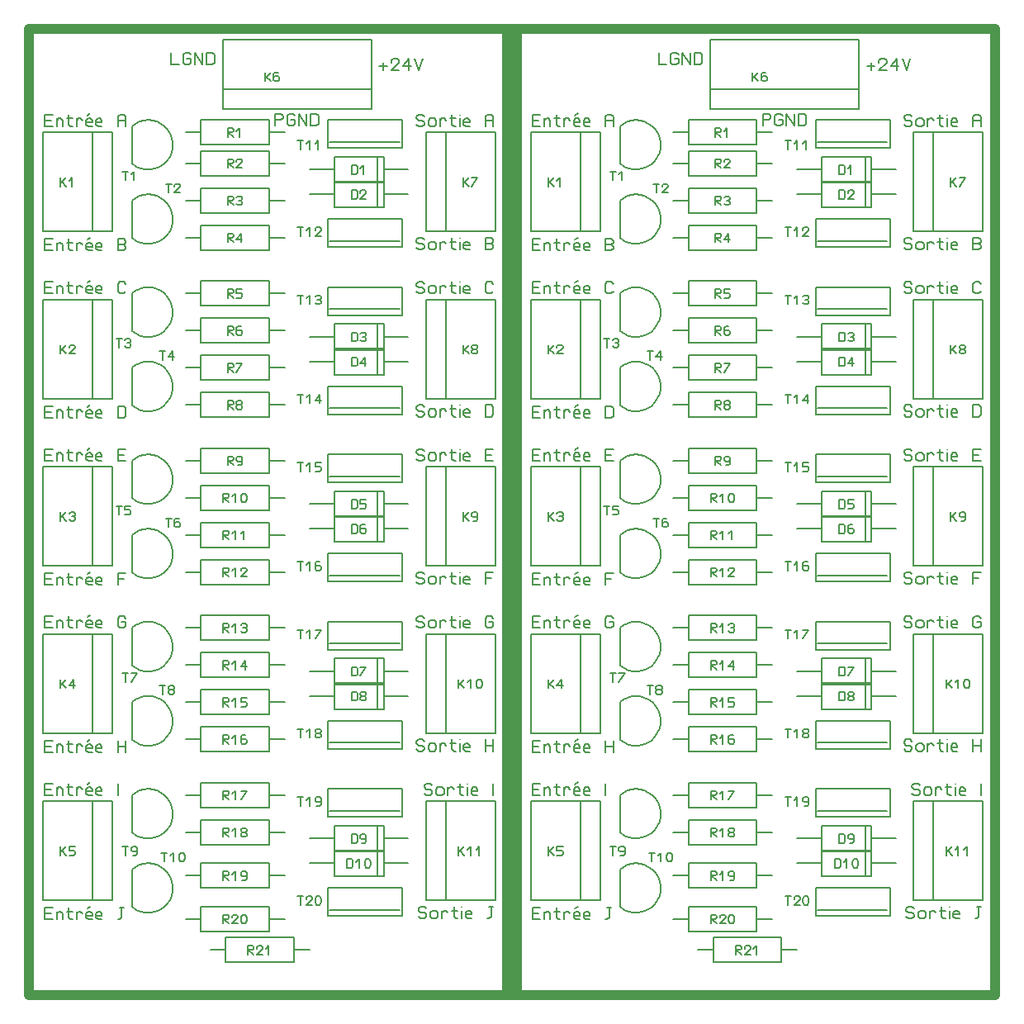
<source format=gto>
%FSLAX24Y24*%
%MOIN*%
%ADD10C,0.0060*%
%ADD11C,0.0069*%
%ADD12C,0.0079*%
%ADD13C,0.0394*%
D10*
G01X17702Y32821D02*
X17702Y33179D01*
X17702Y32940D02*
X17940Y33179D01*
X17762Y33000D02*
X17940Y32821D01*
X18060Y33179D02*
X18298Y33179D01*
X18060Y32821D01*
X8202Y33571D02*
X8202Y33929D01*
X8381Y33929D01*
X8440Y33869D01*
X8440Y33810D01*
X8381Y33750D01*
X8202Y33750D01*
X8440Y33571D01*
X8560Y33810D02*
X8560Y33869D01*
X8619Y33929D01*
X8738Y33929D01*
X8798Y33869D01*
X8798Y33810D01*
X8560Y33571D01*
X8798Y33571D01*
X8202Y32071D02*
X8202Y32429D01*
X8381Y32429D01*
X8440Y32369D01*
X8440Y32310D01*
X8381Y32250D01*
X8202Y32250D01*
X8440Y32071D01*
X8560Y32369D02*
X8619Y32429D01*
X8738Y32429D01*
X8798Y32369D01*
X8798Y32310D01*
X8738Y32250D01*
X8649Y32250D01*
X8738Y32250D02*
X8798Y32190D01*
X8798Y32131D01*
X8738Y32071D01*
X8619Y32071D01*
X8560Y32131D01*
X4071Y33071D02*
X4071Y33429D01*
X3952Y33429D02*
X4190Y33429D01*
X4429Y33071D02*
X4429Y33429D01*
X4310Y33310D01*
X8202Y34821D02*
X8202Y35179D01*
X8381Y35179D01*
X8440Y35119D01*
X8440Y35060D01*
X8381Y35000D01*
X8202Y35000D01*
X8440Y34821D01*
X8679Y34821D02*
X8679Y35179D01*
X8560Y35060D01*
X5821Y32571D02*
X5821Y32929D01*
X5702Y32929D02*
X5940Y32929D01*
X6060Y32810D02*
X6060Y32869D01*
X6119Y32929D01*
X6238Y32929D01*
X6298Y32869D01*
X6298Y32810D01*
X6060Y32571D01*
X6298Y32571D01*
X8202Y30571D02*
X8202Y30929D01*
X8381Y30929D01*
X8440Y30869D01*
X8440Y30810D01*
X8381Y30750D01*
X8202Y30750D01*
X8440Y30571D01*
X8738Y30571D02*
X8738Y30929D01*
X8560Y30690D01*
X8798Y30690D01*
X11143Y34321D02*
X11143Y34679D01*
X11024Y34679D02*
X11262Y34679D01*
X11500Y34321D02*
X11500Y34679D01*
X11381Y34560D01*
X11857Y34321D02*
X11857Y34679D01*
X11738Y34560D01*
X13202Y33321D02*
X13202Y33679D01*
X13381Y33679D01*
X13440Y33619D01*
X13440Y33381D01*
X13381Y33321D01*
X13202Y33321D01*
X13679Y33321D02*
X13679Y33679D01*
X13560Y33560D01*
X13202Y32321D02*
X13202Y32679D01*
X13381Y32679D01*
X13440Y32619D01*
X13440Y32381D01*
X13381Y32321D01*
X13202Y32321D01*
X13560Y32560D02*
X13560Y32619D01*
X13619Y32679D01*
X13738Y32679D01*
X13798Y32619D01*
X13798Y32560D01*
X13560Y32321D01*
X13798Y32321D01*
X11143Y30821D02*
X11143Y31179D01*
X11024Y31179D02*
X11262Y31179D01*
X11500Y30821D02*
X11500Y31179D01*
X11381Y31060D01*
X11738Y31060D02*
X11738Y31119D01*
X11798Y31179D01*
X11917Y31179D01*
X11976Y31119D01*
X11976Y31060D01*
X11738Y30821D01*
X11976Y30821D01*
X1452Y32821D02*
X1452Y33179D01*
X1452Y32940D02*
X1690Y33179D01*
X1512Y33000D02*
X1690Y32821D01*
X1929Y32821D02*
X1929Y33179D01*
X1810Y33060D01*
X1452Y26071D02*
X1452Y26429D01*
X1452Y26190D02*
X1690Y26429D01*
X1512Y26250D02*
X1690Y26071D01*
X1810Y26310D02*
X1810Y26369D01*
X1869Y26429D01*
X1988Y26429D01*
X2048Y26369D01*
X2048Y26310D01*
X1810Y26071D01*
X2048Y26071D01*
X17702Y26071D02*
X17702Y26429D01*
X17702Y26190D02*
X17940Y26429D01*
X17762Y26250D02*
X17940Y26071D01*
X18119Y26071D02*
X18060Y26131D01*
X18060Y26190D01*
X18119Y26250D01*
X18238Y26250D01*
X18298Y26310D01*
X18298Y26369D01*
X18238Y26429D01*
X18119Y26429D01*
X18060Y26369D01*
X18060Y26310D01*
X18119Y26250D01*
X18238Y26250D02*
X18298Y26190D01*
X18298Y26131D01*
X18238Y26071D01*
X18119Y26071D01*
X8202Y26821D02*
X8202Y27179D01*
X8381Y27179D01*
X8440Y27119D01*
X8440Y27060D01*
X8381Y27000D01*
X8202Y27000D01*
X8440Y26821D01*
X8738Y27179D02*
X8619Y27179D01*
X8560Y27119D01*
X8560Y26881D01*
X8619Y26821D01*
X8738Y26821D01*
X8798Y26881D01*
X8798Y26970D01*
X8738Y27030D01*
X8619Y27030D01*
X8560Y26970D01*
X8202Y25321D02*
X8202Y25679D01*
X8381Y25679D01*
X8440Y25619D01*
X8440Y25560D01*
X8381Y25500D01*
X8202Y25500D01*
X8440Y25321D01*
X8560Y25679D02*
X8798Y25679D01*
X8560Y25321D01*
X3821Y26321D02*
X3821Y26679D01*
X3702Y26679D02*
X3940Y26679D01*
X4060Y26619D02*
X4119Y26679D01*
X4238Y26679D01*
X4298Y26619D01*
X4298Y26560D01*
X4238Y26500D01*
X4149Y26500D01*
X4238Y26500D02*
X4298Y26440D01*
X4298Y26381D01*
X4238Y26321D01*
X4119Y26321D01*
X4060Y26381D01*
X5571Y25821D02*
X5571Y26179D01*
X5452Y26179D02*
X5690Y26179D01*
X5988Y25821D02*
X5988Y26179D01*
X5810Y25940D01*
X6048Y25940D01*
X8202Y28321D02*
X8202Y28679D01*
X8381Y28679D01*
X8440Y28619D01*
X8440Y28560D01*
X8381Y28500D01*
X8202Y28500D01*
X8440Y28321D01*
X8560Y28679D02*
X8798Y28679D01*
X8560Y28679D02*
X8560Y28530D01*
X8738Y28530D01*
X8798Y28470D01*
X8798Y28381D01*
X8738Y28321D01*
X8560Y28321D01*
X8202Y23821D02*
X8202Y24179D01*
X8381Y24179D01*
X8440Y24119D01*
X8440Y24060D01*
X8381Y24000D01*
X8202Y24000D01*
X8440Y23821D01*
X8619Y23821D02*
X8560Y23881D01*
X8560Y23940D01*
X8619Y24000D01*
X8738Y24000D01*
X8798Y24060D01*
X8798Y24119D01*
X8738Y24179D01*
X8619Y24179D01*
X8560Y24119D01*
X8560Y24060D01*
X8619Y24000D01*
X8738Y24000D02*
X8798Y23940D01*
X8798Y23881D01*
X8738Y23821D01*
X8619Y23821D01*
X13202Y26571D02*
X13202Y26929D01*
X13381Y26929D01*
X13440Y26869D01*
X13440Y26631D01*
X13381Y26571D01*
X13202Y26571D01*
X13560Y26869D02*
X13619Y26929D01*
X13738Y26929D01*
X13798Y26869D01*
X13798Y26810D01*
X13738Y26750D01*
X13649Y26750D01*
X13738Y26750D02*
X13798Y26690D01*
X13798Y26631D01*
X13738Y26571D01*
X13619Y26571D01*
X13560Y26631D01*
X13202Y25571D02*
X13202Y25929D01*
X13381Y25929D01*
X13440Y25869D01*
X13440Y25631D01*
X13381Y25571D01*
X13202Y25571D01*
X13738Y25571D02*
X13738Y25929D01*
X13560Y25690D01*
X13798Y25690D01*
X11143Y28071D02*
X11143Y28429D01*
X11024Y28429D02*
X11262Y28429D01*
X11500Y28071D02*
X11500Y28429D01*
X11381Y28310D01*
X11738Y28369D02*
X11798Y28429D01*
X11917Y28429D01*
X11976Y28369D01*
X11976Y28310D01*
X11917Y28250D01*
X11827Y28250D01*
X11917Y28250D02*
X11976Y28190D01*
X11976Y28131D01*
X11917Y28071D01*
X11798Y28071D01*
X11738Y28131D01*
X11143Y24071D02*
X11143Y24429D01*
X11024Y24429D02*
X11262Y24429D01*
X11500Y24071D02*
X11500Y24429D01*
X11381Y24310D01*
X11917Y24071D02*
X11917Y24429D01*
X11738Y24190D01*
X11976Y24190D01*
X1452Y19321D02*
X1452Y19679D01*
X1452Y19440D02*
X1690Y19679D01*
X1512Y19500D02*
X1690Y19321D01*
X1810Y19619D02*
X1869Y19679D01*
X1988Y19679D01*
X2048Y19619D01*
X2048Y19560D01*
X1988Y19500D01*
X1899Y19500D01*
X1988Y19500D02*
X2048Y19440D01*
X2048Y19381D01*
X1988Y19321D01*
X1869Y19321D01*
X1810Y19381D01*
X3821Y19571D02*
X3821Y19929D01*
X3702Y19929D02*
X3940Y19929D01*
X4060Y19929D02*
X4298Y19929D01*
X4060Y19929D02*
X4060Y19780D01*
X4238Y19780D01*
X4298Y19720D01*
X4298Y19631D01*
X4238Y19571D01*
X4060Y19571D01*
X5821Y19071D02*
X5821Y19429D01*
X5702Y19429D02*
X5940Y19429D01*
X6238Y19429D02*
X6119Y19429D01*
X6060Y19369D01*
X6060Y19131D01*
X6119Y19071D01*
X6238Y19071D01*
X6298Y19131D01*
X6298Y19220D01*
X6238Y19280D01*
X6119Y19280D01*
X6060Y19220D01*
X8202Y21571D02*
X8202Y21929D01*
X8381Y21929D01*
X8440Y21869D01*
X8440Y21810D01*
X8381Y21750D01*
X8202Y21750D01*
X8440Y21571D01*
X8619Y21571D02*
X8738Y21571D01*
X8798Y21631D01*
X8798Y21869D01*
X8738Y21929D01*
X8619Y21929D01*
X8560Y21869D01*
X8560Y21780D01*
X8619Y21720D01*
X8738Y21720D01*
X8798Y21780D01*
X8024Y20071D02*
X8024Y20429D01*
X8202Y20429D01*
X8262Y20369D01*
X8262Y20310D01*
X8202Y20250D01*
X8024Y20250D01*
X8262Y20071D01*
X8500Y20071D02*
X8500Y20429D01*
X8381Y20310D01*
X8798Y20071D02*
X8738Y20190D01*
X8738Y20310D01*
X8798Y20429D01*
X8917Y20429D01*
X8976Y20310D01*
X8976Y20190D01*
X8917Y20071D01*
X8798Y20071D01*
X8024Y18571D02*
X8024Y18929D01*
X8202Y18929D01*
X8262Y18869D01*
X8262Y18810D01*
X8202Y18750D01*
X8024Y18750D01*
X8262Y18571D01*
X8500Y18571D02*
X8500Y18929D01*
X8381Y18810D01*
X8857Y18571D02*
X8857Y18929D01*
X8738Y18810D01*
X8024Y17071D02*
X8024Y17429D01*
X8202Y17429D01*
X8262Y17369D01*
X8262Y17310D01*
X8202Y17250D01*
X8024Y17250D01*
X8262Y17071D01*
X8500Y17071D02*
X8500Y17429D01*
X8381Y17310D01*
X8738Y17310D02*
X8738Y17369D01*
X8798Y17429D01*
X8917Y17429D01*
X8976Y17369D01*
X8976Y17310D01*
X8738Y17071D01*
X8976Y17071D01*
X13202Y19821D02*
X13202Y20179D01*
X13381Y20179D01*
X13440Y20119D01*
X13440Y19881D01*
X13381Y19821D01*
X13202Y19821D01*
X13560Y20179D02*
X13798Y20179D01*
X13560Y20179D02*
X13560Y20030D01*
X13738Y20030D01*
X13798Y19970D01*
X13798Y19881D01*
X13738Y19821D01*
X13560Y19821D01*
X13202Y18821D02*
X13202Y19179D01*
X13381Y19179D01*
X13440Y19119D01*
X13440Y18881D01*
X13381Y18821D01*
X13202Y18821D01*
X13738Y19179D02*
X13619Y19179D01*
X13560Y19119D01*
X13560Y18881D01*
X13619Y18821D01*
X13738Y18821D01*
X13798Y18881D01*
X13798Y18970D01*
X13738Y19030D01*
X13619Y19030D01*
X13560Y18970D01*
X11143Y21321D02*
X11143Y21679D01*
X11024Y21679D02*
X11262Y21679D01*
X11500Y21321D02*
X11500Y21679D01*
X11381Y21560D01*
X11738Y21679D02*
X11976Y21679D01*
X11738Y21679D02*
X11738Y21530D01*
X11917Y21530D01*
X11976Y21470D01*
X11976Y21381D01*
X11917Y21321D01*
X11738Y21321D01*
X11143Y17321D02*
X11143Y17679D01*
X11024Y17679D02*
X11262Y17679D01*
X11500Y17321D02*
X11500Y17679D01*
X11381Y17560D01*
X11917Y17679D02*
X11798Y17679D01*
X11738Y17619D01*
X11738Y17381D01*
X11798Y17321D01*
X11917Y17321D01*
X11976Y17381D01*
X11976Y17470D01*
X11917Y17530D01*
X11798Y17530D01*
X11738Y17470D01*
X17702Y19321D02*
X17702Y19679D01*
X17702Y19440D02*
X17940Y19679D01*
X17762Y19500D02*
X17940Y19321D01*
X18119Y19321D02*
X18238Y19321D01*
X18298Y19381D01*
X18298Y19619D01*
X18238Y19679D01*
X18119Y19679D01*
X18060Y19619D01*
X18060Y19530D01*
X18119Y19470D01*
X18238Y19470D01*
X18298Y19530D01*
X1452Y12571D02*
X1452Y12929D01*
X1452Y12690D02*
X1690Y12929D01*
X1512Y12750D02*
X1690Y12571D01*
X1988Y12571D02*
X1988Y12929D01*
X1810Y12690D01*
X2048Y12690D01*
X4071Y12821D02*
X4071Y13179D01*
X3952Y13179D02*
X4190Y13179D01*
X4310Y13179D02*
X4548Y13179D01*
X4310Y12821D01*
X5571Y12321D02*
X5571Y12679D01*
X5452Y12679D02*
X5690Y12679D01*
X5869Y12321D02*
X5810Y12381D01*
X5810Y12440D01*
X5869Y12500D01*
X5988Y12500D01*
X6048Y12560D01*
X6048Y12619D01*
X5988Y12679D01*
X5869Y12679D01*
X5810Y12619D01*
X5810Y12560D01*
X5869Y12500D01*
X5988Y12500D02*
X6048Y12440D01*
X6048Y12381D01*
X5988Y12321D01*
X5869Y12321D01*
X8024Y14821D02*
X8024Y15179D01*
X8202Y15179D01*
X8262Y15119D01*
X8262Y15060D01*
X8202Y15000D01*
X8024Y15000D01*
X8262Y14821D01*
X8500Y14821D02*
X8500Y15179D01*
X8381Y15060D01*
X8738Y15119D02*
X8798Y15179D01*
X8917Y15179D01*
X8976Y15119D01*
X8976Y15060D01*
X8917Y15000D01*
X8827Y15000D01*
X8917Y15000D02*
X8976Y14940D01*
X8976Y14881D01*
X8917Y14821D01*
X8798Y14821D01*
X8738Y14881D01*
X8024Y13321D02*
X8024Y13679D01*
X8202Y13679D01*
X8262Y13619D01*
X8262Y13560D01*
X8202Y13500D01*
X8024Y13500D01*
X8262Y13321D01*
X8500Y13321D02*
X8500Y13679D01*
X8381Y13560D01*
X8917Y13321D02*
X8917Y13679D01*
X8738Y13440D01*
X8976Y13440D01*
X8024Y11821D02*
X8024Y12179D01*
X8202Y12179D01*
X8262Y12119D01*
X8262Y12060D01*
X8202Y12000D01*
X8024Y12000D01*
X8262Y11821D01*
X8500Y11821D02*
X8500Y12179D01*
X8381Y12060D01*
X8738Y12179D02*
X8976Y12179D01*
X8738Y12179D02*
X8738Y12030D01*
X8917Y12030D01*
X8976Y11970D01*
X8976Y11881D01*
X8917Y11821D01*
X8738Y11821D01*
X8024Y10321D02*
X8024Y10679D01*
X8202Y10679D01*
X8262Y10619D01*
X8262Y10560D01*
X8202Y10500D01*
X8024Y10500D01*
X8262Y10321D01*
X8500Y10321D02*
X8500Y10679D01*
X8381Y10560D01*
X8917Y10679D02*
X8798Y10679D01*
X8738Y10619D01*
X8738Y10381D01*
X8798Y10321D01*
X8917Y10321D01*
X8976Y10381D01*
X8976Y10470D01*
X8917Y10530D01*
X8798Y10530D01*
X8738Y10470D01*
X11143Y14571D02*
X11143Y14929D01*
X11024Y14929D02*
X11262Y14929D01*
X11500Y14571D02*
X11500Y14929D01*
X11381Y14810D01*
X11738Y14929D02*
X11976Y14929D01*
X11738Y14571D01*
X13202Y13071D02*
X13202Y13429D01*
X13381Y13429D01*
X13440Y13369D01*
X13440Y13131D01*
X13381Y13071D01*
X13202Y13071D01*
X13560Y13429D02*
X13798Y13429D01*
X13560Y13071D01*
X13202Y12071D02*
X13202Y12429D01*
X13381Y12429D01*
X13440Y12369D01*
X13440Y12131D01*
X13381Y12071D01*
X13202Y12071D01*
X13619Y12071D02*
X13560Y12131D01*
X13560Y12190D01*
X13619Y12250D01*
X13738Y12250D01*
X13798Y12310D01*
X13798Y12369D01*
X13738Y12429D01*
X13619Y12429D01*
X13560Y12369D01*
X13560Y12310D01*
X13619Y12250D01*
X13738Y12250D02*
X13798Y12190D01*
X13798Y12131D01*
X13738Y12071D01*
X13619Y12071D01*
X11143Y10571D02*
X11143Y10929D01*
X11024Y10929D02*
X11262Y10929D01*
X11500Y10571D02*
X11500Y10929D01*
X11381Y10810D01*
X11798Y10571D02*
X11738Y10631D01*
X11738Y10690D01*
X11798Y10750D01*
X11917Y10750D01*
X11976Y10810D01*
X11976Y10869D01*
X11917Y10929D01*
X11798Y10929D01*
X11738Y10869D01*
X11738Y10810D01*
X11798Y10750D01*
X11917Y10750D02*
X11976Y10690D01*
X11976Y10631D01*
X11917Y10571D01*
X11798Y10571D01*
X17524Y12571D02*
X17524Y12929D01*
X17524Y12690D02*
X17762Y12929D01*
X17583Y12750D02*
X17762Y12571D01*
X18000Y12571D02*
X18000Y12929D01*
X17881Y12810D01*
X18298Y12571D02*
X18238Y12690D01*
X18238Y12810D01*
X18298Y12929D01*
X18417Y12929D01*
X18476Y12810D01*
X18476Y12690D01*
X18417Y12571D01*
X18298Y12571D01*
X1452Y5821D02*
X1452Y6179D01*
X1452Y5940D02*
X1690Y6179D01*
X1512Y6000D02*
X1690Y5821D01*
X1810Y6179D02*
X2048Y6179D01*
X1810Y6179D02*
X1810Y6030D01*
X1988Y6030D01*
X2048Y5970D01*
X2048Y5881D01*
X1988Y5821D01*
X1810Y5821D01*
X4071Y5821D02*
X4071Y6179D01*
X3952Y6179D02*
X4190Y6179D01*
X4369Y5821D02*
X4488Y5821D01*
X4548Y5881D01*
X4548Y6119D01*
X4488Y6179D01*
X4369Y6179D01*
X4310Y6119D01*
X4310Y6030D01*
X4369Y5970D01*
X4488Y5970D01*
X4548Y6030D01*
X5643Y5571D02*
X5643Y5929D01*
X5524Y5929D02*
X5762Y5929D01*
X6000Y5571D02*
X6000Y5929D01*
X5881Y5810D01*
X6298Y5571D02*
X6238Y5690D01*
X6238Y5810D01*
X6298Y5929D01*
X6417Y5929D01*
X6476Y5810D01*
X6476Y5690D01*
X6417Y5571D01*
X6298Y5571D01*
X8024Y8071D02*
X8024Y8429D01*
X8202Y8429D01*
X8262Y8369D01*
X8262Y8310D01*
X8202Y8250D01*
X8024Y8250D01*
X8262Y8071D01*
X8500Y8071D02*
X8500Y8429D01*
X8381Y8310D01*
X8738Y8429D02*
X8976Y8429D01*
X8738Y8071D01*
X8024Y6571D02*
X8024Y6929D01*
X8202Y6929D01*
X8262Y6869D01*
X8262Y6810D01*
X8202Y6750D01*
X8024Y6750D01*
X8262Y6571D01*
X8500Y6571D02*
X8500Y6929D01*
X8381Y6810D01*
X8798Y6571D02*
X8738Y6631D01*
X8738Y6690D01*
X8798Y6750D01*
X8917Y6750D01*
X8976Y6810D01*
X8976Y6869D01*
X8917Y6929D01*
X8798Y6929D01*
X8738Y6869D01*
X8738Y6810D01*
X8798Y6750D01*
X8917Y6750D02*
X8976Y6690D01*
X8976Y6631D01*
X8917Y6571D01*
X8798Y6571D01*
X8024Y4821D02*
X8024Y5179D01*
X8202Y5179D01*
X8262Y5119D01*
X8262Y5060D01*
X8202Y5000D01*
X8024Y5000D01*
X8262Y4821D01*
X8500Y4821D02*
X8500Y5179D01*
X8381Y5060D01*
X8798Y4821D02*
X8917Y4821D01*
X8976Y4881D01*
X8976Y5119D01*
X8917Y5179D01*
X8798Y5179D01*
X8738Y5119D01*
X8738Y5030D01*
X8798Y4970D01*
X8917Y4970D01*
X8976Y5030D01*
X8024Y3071D02*
X8024Y3429D01*
X8202Y3429D01*
X8262Y3369D01*
X8262Y3310D01*
X8202Y3250D01*
X8024Y3250D01*
X8262Y3071D01*
X8381Y3310D02*
X8381Y3369D01*
X8440Y3429D01*
X8560Y3429D01*
X8619Y3369D01*
X8619Y3310D01*
X8381Y3071D01*
X8619Y3071D01*
X8798Y3071D02*
X8738Y3190D01*
X8738Y3310D01*
X8798Y3429D01*
X8917Y3429D01*
X8976Y3310D01*
X8976Y3190D01*
X8917Y3071D01*
X8798Y3071D01*
X11143Y7821D02*
X11143Y8179D01*
X11024Y8179D02*
X11262Y8179D01*
X11500Y7821D02*
X11500Y8179D01*
X11381Y8060D01*
X11798Y7821D02*
X11917Y7821D01*
X11976Y7881D01*
X11976Y8119D01*
X11917Y8179D01*
X11798Y8179D01*
X11738Y8119D01*
X11738Y8030D01*
X11798Y7970D01*
X11917Y7970D01*
X11976Y8030D01*
X13202Y6321D02*
X13202Y6679D01*
X13381Y6679D01*
X13440Y6619D01*
X13440Y6381D01*
X13381Y6321D01*
X13202Y6321D01*
X13619Y6321D02*
X13738Y6321D01*
X13798Y6381D01*
X13798Y6619D01*
X13738Y6679D01*
X13619Y6679D01*
X13560Y6619D01*
X13560Y6530D01*
X13619Y6470D01*
X13738Y6470D01*
X13798Y6530D01*
X13024Y5321D02*
X13024Y5679D01*
X13202Y5679D01*
X13262Y5619D01*
X13262Y5381D01*
X13202Y5321D01*
X13024Y5321D01*
X13500Y5321D02*
X13500Y5679D01*
X13381Y5560D01*
X13798Y5321D02*
X13738Y5440D01*
X13738Y5560D01*
X13798Y5679D01*
X13917Y5679D01*
X13976Y5560D01*
X13976Y5440D01*
X13917Y5321D01*
X13798Y5321D01*
X11143Y3821D02*
X11143Y4179D01*
X11024Y4179D02*
X11262Y4179D01*
X11381Y4060D02*
X11381Y4119D01*
X11440Y4179D01*
X11560Y4179D01*
X11619Y4119D01*
X11619Y4060D01*
X11381Y3821D01*
X11619Y3821D01*
X11798Y3821D02*
X11738Y3940D01*
X11738Y4060D01*
X11798Y4179D01*
X11917Y4179D01*
X11976Y4060D01*
X11976Y3940D01*
X11917Y3821D01*
X11798Y3821D01*
X17524Y5821D02*
X17524Y6179D01*
X17524Y5940D02*
X17762Y6179D01*
X17583Y6000D02*
X17762Y5821D01*
X18000Y5821D02*
X18000Y6179D01*
X17881Y6060D01*
X18357Y5821D02*
X18357Y6179D01*
X18238Y6060D01*
X9024Y1821D02*
X9024Y2179D01*
X9202Y2179D01*
X9262Y2119D01*
X9262Y2060D01*
X9202Y2000D01*
X9024Y2000D01*
X9262Y1821D01*
X9381Y2060D02*
X9381Y2119D01*
X9440Y2179D01*
X9560Y2179D01*
X9619Y2119D01*
X9619Y2060D01*
X9381Y1821D01*
X9619Y1821D01*
X9857Y1821D02*
X9857Y2179D01*
X9738Y2060D01*
X9702Y37071D02*
X9702Y37429D01*
X9702Y37190D02*
X9940Y37429D01*
X9762Y37250D02*
X9940Y37071D01*
X10238Y37429D02*
X10119Y37429D01*
X10060Y37369D01*
X10060Y37131D01*
X10119Y37071D01*
X10238Y37071D01*
X10298Y37131D01*
X10298Y37220D01*
X10238Y37280D01*
X10119Y37280D01*
X10060Y37220D01*
X37387Y32821D02*
X37387Y33179D01*
X37387Y32940D02*
X37626Y33179D01*
X37447Y33000D02*
X37626Y32821D01*
X37745Y33179D02*
X37983Y33179D01*
X37745Y32821D01*
X27887Y33571D02*
X27887Y33929D01*
X28066Y33929D01*
X28126Y33869D01*
X28126Y33810D01*
X28066Y33750D01*
X27887Y33750D01*
X28126Y33571D01*
X28245Y33810D02*
X28245Y33869D01*
X28304Y33929D01*
X28423Y33929D01*
X28483Y33869D01*
X28483Y33810D01*
X28245Y33571D01*
X28483Y33571D01*
X27887Y32071D02*
X27887Y32429D01*
X28066Y32429D01*
X28126Y32369D01*
X28126Y32310D01*
X28066Y32250D01*
X27887Y32250D01*
X28126Y32071D01*
X28245Y32369D02*
X28304Y32429D01*
X28423Y32429D01*
X28483Y32369D01*
X28483Y32310D01*
X28423Y32250D01*
X28334Y32250D01*
X28423Y32250D02*
X28483Y32190D01*
X28483Y32131D01*
X28423Y32071D01*
X28304Y32071D01*
X28245Y32131D01*
X23756Y33071D02*
X23756Y33429D01*
X23637Y33429D02*
X23876Y33429D01*
X24114Y33071D02*
X24114Y33429D01*
X23995Y33310D01*
X27887Y34821D02*
X27887Y35179D01*
X28066Y35179D01*
X28126Y35119D01*
X28126Y35060D01*
X28066Y35000D01*
X27887Y35000D01*
X28126Y34821D01*
X28364Y34821D02*
X28364Y35179D01*
X28245Y35060D01*
X25506Y32571D02*
X25506Y32929D01*
X25387Y32929D02*
X25626Y32929D01*
X25745Y32810D02*
X25745Y32869D01*
X25804Y32929D01*
X25923Y32929D01*
X25983Y32869D01*
X25983Y32810D01*
X25745Y32571D01*
X25983Y32571D01*
X27887Y30571D02*
X27887Y30929D01*
X28066Y30929D01*
X28126Y30869D01*
X28126Y30810D01*
X28066Y30750D01*
X27887Y30750D01*
X28126Y30571D01*
X28423Y30571D02*
X28423Y30929D01*
X28245Y30690D01*
X28483Y30690D01*
X30828Y34321D02*
X30828Y34679D01*
X30709Y34679D02*
X30947Y34679D01*
X31185Y34321D02*
X31185Y34679D01*
X31066Y34560D01*
X31542Y34321D02*
X31542Y34679D01*
X31423Y34560D01*
X32887Y33321D02*
X32887Y33679D01*
X33066Y33679D01*
X33126Y33619D01*
X33126Y33381D01*
X33066Y33321D01*
X32887Y33321D01*
X33364Y33321D02*
X33364Y33679D01*
X33245Y33560D01*
X32887Y32321D02*
X32887Y32679D01*
X33066Y32679D01*
X33126Y32619D01*
X33126Y32381D01*
X33066Y32321D01*
X32887Y32321D01*
X33245Y32560D02*
X33245Y32619D01*
X33304Y32679D01*
X33423Y32679D01*
X33483Y32619D01*
X33483Y32560D01*
X33245Y32321D01*
X33483Y32321D01*
X30828Y30821D02*
X30828Y31179D01*
X30709Y31179D02*
X30947Y31179D01*
X31185Y30821D02*
X31185Y31179D01*
X31066Y31060D01*
X31423Y31060D02*
X31423Y31119D01*
X31483Y31179D01*
X31602Y31179D01*
X31661Y31119D01*
X31661Y31060D01*
X31423Y30821D01*
X31661Y30821D01*
X21137Y32821D02*
X21137Y33179D01*
X21137Y32940D02*
X21376Y33179D01*
X21197Y33000D02*
X21376Y32821D01*
X21614Y32821D02*
X21614Y33179D01*
X21495Y33060D01*
X21137Y26071D02*
X21137Y26429D01*
X21137Y26190D02*
X21376Y26429D01*
X21197Y26250D02*
X21376Y26071D01*
X21495Y26310D02*
X21495Y26369D01*
X21554Y26429D01*
X21673Y26429D01*
X21733Y26369D01*
X21733Y26310D01*
X21495Y26071D01*
X21733Y26071D01*
X37387Y26071D02*
X37387Y26429D01*
X37387Y26190D02*
X37626Y26429D01*
X37447Y26250D02*
X37626Y26071D01*
X37804Y26071D02*
X37745Y26131D01*
X37745Y26190D01*
X37804Y26250D01*
X37923Y26250D01*
X37983Y26310D01*
X37983Y26369D01*
X37923Y26429D01*
X37804Y26429D01*
X37745Y26369D01*
X37745Y26310D01*
X37804Y26250D01*
X37923Y26250D02*
X37983Y26190D01*
X37983Y26131D01*
X37923Y26071D01*
X37804Y26071D01*
X27887Y26821D02*
X27887Y27179D01*
X28066Y27179D01*
X28126Y27119D01*
X28126Y27060D01*
X28066Y27000D01*
X27887Y27000D01*
X28126Y26821D01*
X28423Y27179D02*
X28304Y27179D01*
X28245Y27119D01*
X28245Y26881D01*
X28304Y26821D01*
X28423Y26821D01*
X28483Y26881D01*
X28483Y26970D01*
X28423Y27030D01*
X28304Y27030D01*
X28245Y26970D01*
X27887Y25321D02*
X27887Y25679D01*
X28066Y25679D01*
X28126Y25619D01*
X28126Y25560D01*
X28066Y25500D01*
X27887Y25500D01*
X28126Y25321D01*
X28245Y25679D02*
X28483Y25679D01*
X28245Y25321D01*
X23506Y26321D02*
X23506Y26679D01*
X23387Y26679D02*
X23626Y26679D01*
X23745Y26619D02*
X23804Y26679D01*
X23923Y26679D01*
X23983Y26619D01*
X23983Y26560D01*
X23923Y26500D01*
X23834Y26500D01*
X23923Y26500D02*
X23983Y26440D01*
X23983Y26381D01*
X23923Y26321D01*
X23804Y26321D01*
X23745Y26381D01*
X25256Y25821D02*
X25256Y26179D01*
X25137Y26179D02*
X25376Y26179D01*
X25673Y25821D02*
X25673Y26179D01*
X25495Y25940D01*
X25733Y25940D01*
X27887Y28321D02*
X27887Y28679D01*
X28066Y28679D01*
X28126Y28619D01*
X28126Y28560D01*
X28066Y28500D01*
X27887Y28500D01*
X28126Y28321D01*
X28245Y28679D02*
X28483Y28679D01*
X28245Y28679D02*
X28245Y28530D01*
X28423Y28530D01*
X28483Y28470D01*
X28483Y28381D01*
X28423Y28321D01*
X28245Y28321D01*
X27887Y23821D02*
X27887Y24179D01*
X28066Y24179D01*
X28126Y24119D01*
X28126Y24060D01*
X28066Y24000D01*
X27887Y24000D01*
X28126Y23821D01*
X28304Y23821D02*
X28245Y23881D01*
X28245Y23940D01*
X28304Y24000D01*
X28423Y24000D01*
X28483Y24060D01*
X28483Y24119D01*
X28423Y24179D01*
X28304Y24179D01*
X28245Y24119D01*
X28245Y24060D01*
X28304Y24000D01*
X28423Y24000D02*
X28483Y23940D01*
X28483Y23881D01*
X28423Y23821D01*
X28304Y23821D01*
X32887Y26571D02*
X32887Y26929D01*
X33066Y26929D01*
X33126Y26869D01*
X33126Y26631D01*
X33066Y26571D01*
X32887Y26571D01*
X33245Y26869D02*
X33304Y26929D01*
X33423Y26929D01*
X33483Y26869D01*
X33483Y26810D01*
X33423Y26750D01*
X33334Y26750D01*
X33423Y26750D02*
X33483Y26690D01*
X33483Y26631D01*
X33423Y26571D01*
X33304Y26571D01*
X33245Y26631D01*
X32887Y25571D02*
X32887Y25929D01*
X33066Y25929D01*
X33126Y25869D01*
X33126Y25631D01*
X33066Y25571D01*
X32887Y25571D01*
X33423Y25571D02*
X33423Y25929D01*
X33245Y25690D01*
X33483Y25690D01*
X30828Y28071D02*
X30828Y28429D01*
X30709Y28429D02*
X30947Y28429D01*
X31185Y28071D02*
X31185Y28429D01*
X31066Y28310D01*
X31423Y28369D02*
X31483Y28429D01*
X31602Y28429D01*
X31661Y28369D01*
X31661Y28310D01*
X31602Y28250D01*
X31512Y28250D01*
X31602Y28250D02*
X31661Y28190D01*
X31661Y28131D01*
X31602Y28071D01*
X31483Y28071D01*
X31423Y28131D01*
X30828Y24071D02*
X30828Y24429D01*
X30709Y24429D02*
X30947Y24429D01*
X31185Y24071D02*
X31185Y24429D01*
X31066Y24310D01*
X31602Y24071D02*
X31602Y24429D01*
X31423Y24190D01*
X31661Y24190D01*
X21137Y19321D02*
X21137Y19679D01*
X21137Y19440D02*
X21376Y19679D01*
X21197Y19500D02*
X21376Y19321D01*
X21495Y19619D02*
X21554Y19679D01*
X21673Y19679D01*
X21733Y19619D01*
X21733Y19560D01*
X21673Y19500D01*
X21584Y19500D01*
X21673Y19500D02*
X21733Y19440D01*
X21733Y19381D01*
X21673Y19321D01*
X21554Y19321D01*
X21495Y19381D01*
X23506Y19571D02*
X23506Y19929D01*
X23387Y19929D02*
X23626Y19929D01*
X23745Y19929D02*
X23983Y19929D01*
X23745Y19929D02*
X23745Y19780D01*
X23923Y19780D01*
X23983Y19720D01*
X23983Y19631D01*
X23923Y19571D01*
X23745Y19571D01*
X25506Y19071D02*
X25506Y19429D01*
X25387Y19429D02*
X25626Y19429D01*
X25923Y19429D02*
X25804Y19429D01*
X25745Y19369D01*
X25745Y19131D01*
X25804Y19071D01*
X25923Y19071D01*
X25983Y19131D01*
X25983Y19220D01*
X25923Y19280D01*
X25804Y19280D01*
X25745Y19220D01*
X27887Y21571D02*
X27887Y21929D01*
X28066Y21929D01*
X28126Y21869D01*
X28126Y21810D01*
X28066Y21750D01*
X27887Y21750D01*
X28126Y21571D01*
X28304Y21571D02*
X28423Y21571D01*
X28483Y21631D01*
X28483Y21869D01*
X28423Y21929D01*
X28304Y21929D01*
X28245Y21869D01*
X28245Y21780D01*
X28304Y21720D01*
X28423Y21720D01*
X28483Y21780D01*
X27709Y20071D02*
X27709Y20429D01*
X27887Y20429D01*
X27947Y20369D01*
X27947Y20310D01*
X27887Y20250D01*
X27709Y20250D01*
X27947Y20071D01*
X28185Y20071D02*
X28185Y20429D01*
X28066Y20310D01*
X28483Y20071D02*
X28423Y20190D01*
X28423Y20310D01*
X28483Y20429D01*
X28602Y20429D01*
X28661Y20310D01*
X28661Y20190D01*
X28602Y20071D01*
X28483Y20071D01*
X27709Y18571D02*
X27709Y18929D01*
X27887Y18929D01*
X27947Y18869D01*
X27947Y18810D01*
X27887Y18750D01*
X27709Y18750D01*
X27947Y18571D01*
X28185Y18571D02*
X28185Y18929D01*
X28066Y18810D01*
X28542Y18571D02*
X28542Y18929D01*
X28423Y18810D01*
X27709Y17071D02*
X27709Y17429D01*
X27887Y17429D01*
X27947Y17369D01*
X27947Y17310D01*
X27887Y17250D01*
X27709Y17250D01*
X27947Y17071D01*
X28185Y17071D02*
X28185Y17429D01*
X28066Y17310D01*
X28423Y17310D02*
X28423Y17369D01*
X28483Y17429D01*
X28602Y17429D01*
X28661Y17369D01*
X28661Y17310D01*
X28423Y17071D01*
X28661Y17071D01*
X32887Y19821D02*
X32887Y20179D01*
X33066Y20179D01*
X33126Y20119D01*
X33126Y19881D01*
X33066Y19821D01*
X32887Y19821D01*
X33245Y20179D02*
X33483Y20179D01*
X33245Y20179D02*
X33245Y20030D01*
X33423Y20030D01*
X33483Y19970D01*
X33483Y19881D01*
X33423Y19821D01*
X33245Y19821D01*
X32887Y18821D02*
X32887Y19179D01*
X33066Y19179D01*
X33126Y19119D01*
X33126Y18881D01*
X33066Y18821D01*
X32887Y18821D01*
X33423Y19179D02*
X33304Y19179D01*
X33245Y19119D01*
X33245Y18881D01*
X33304Y18821D01*
X33423Y18821D01*
X33483Y18881D01*
X33483Y18970D01*
X33423Y19030D01*
X33304Y19030D01*
X33245Y18970D01*
X30828Y21321D02*
X30828Y21679D01*
X30709Y21679D02*
X30947Y21679D01*
X31185Y21321D02*
X31185Y21679D01*
X31066Y21560D01*
X31423Y21679D02*
X31661Y21679D01*
X31423Y21679D02*
X31423Y21530D01*
X31602Y21530D01*
X31661Y21470D01*
X31661Y21381D01*
X31602Y21321D01*
X31423Y21321D01*
X30828Y17321D02*
X30828Y17679D01*
X30709Y17679D02*
X30947Y17679D01*
X31185Y17321D02*
X31185Y17679D01*
X31066Y17560D01*
X31602Y17679D02*
X31483Y17679D01*
X31423Y17619D01*
X31423Y17381D01*
X31483Y17321D01*
X31602Y17321D01*
X31661Y17381D01*
X31661Y17470D01*
X31602Y17530D01*
X31483Y17530D01*
X31423Y17470D01*
X37387Y19321D02*
X37387Y19679D01*
X37387Y19440D02*
X37626Y19679D01*
X37447Y19500D02*
X37626Y19321D01*
X37804Y19321D02*
X37923Y19321D01*
X37983Y19381D01*
X37983Y19619D01*
X37923Y19679D01*
X37804Y19679D01*
X37745Y19619D01*
X37745Y19530D01*
X37804Y19470D01*
X37923Y19470D01*
X37983Y19530D01*
X21137Y12571D02*
X21137Y12929D01*
X21137Y12690D02*
X21376Y12929D01*
X21197Y12750D02*
X21376Y12571D01*
X21673Y12571D02*
X21673Y12929D01*
X21495Y12690D01*
X21733Y12690D01*
X23756Y12821D02*
X23756Y13179D01*
X23637Y13179D02*
X23876Y13179D01*
X23995Y13179D02*
X24233Y13179D01*
X23995Y12821D01*
X25256Y12321D02*
X25256Y12679D01*
X25137Y12679D02*
X25376Y12679D01*
X25554Y12321D02*
X25495Y12381D01*
X25495Y12440D01*
X25554Y12500D01*
X25673Y12500D01*
X25733Y12560D01*
X25733Y12619D01*
X25673Y12679D01*
X25554Y12679D01*
X25495Y12619D01*
X25495Y12560D01*
X25554Y12500D01*
X25673Y12500D02*
X25733Y12440D01*
X25733Y12381D01*
X25673Y12321D01*
X25554Y12321D01*
X27709Y14821D02*
X27709Y15179D01*
X27887Y15179D01*
X27947Y15119D01*
X27947Y15060D01*
X27887Y15000D01*
X27709Y15000D01*
X27947Y14821D01*
X28185Y14821D02*
X28185Y15179D01*
X28066Y15060D01*
X28423Y15119D02*
X28483Y15179D01*
X28602Y15179D01*
X28661Y15119D01*
X28661Y15060D01*
X28602Y15000D01*
X28512Y15000D01*
X28602Y15000D02*
X28661Y14940D01*
X28661Y14881D01*
X28602Y14821D01*
X28483Y14821D01*
X28423Y14881D01*
X27709Y13321D02*
X27709Y13679D01*
X27887Y13679D01*
X27947Y13619D01*
X27947Y13560D01*
X27887Y13500D01*
X27709Y13500D01*
X27947Y13321D01*
X28185Y13321D02*
X28185Y13679D01*
X28066Y13560D01*
X28602Y13321D02*
X28602Y13679D01*
X28423Y13440D01*
X28661Y13440D01*
X27709Y11821D02*
X27709Y12179D01*
X27887Y12179D01*
X27947Y12119D01*
X27947Y12060D01*
X27887Y12000D01*
X27709Y12000D01*
X27947Y11821D01*
X28185Y11821D02*
X28185Y12179D01*
X28066Y12060D01*
X28423Y12179D02*
X28661Y12179D01*
X28423Y12179D02*
X28423Y12030D01*
X28602Y12030D01*
X28661Y11970D01*
X28661Y11881D01*
X28602Y11821D01*
X28423Y11821D01*
X27709Y10321D02*
X27709Y10679D01*
X27887Y10679D01*
X27947Y10619D01*
X27947Y10560D01*
X27887Y10500D01*
X27709Y10500D01*
X27947Y10321D01*
X28185Y10321D02*
X28185Y10679D01*
X28066Y10560D01*
X28602Y10679D02*
X28483Y10679D01*
X28423Y10619D01*
X28423Y10381D01*
X28483Y10321D01*
X28602Y10321D01*
X28661Y10381D01*
X28661Y10470D01*
X28602Y10530D01*
X28483Y10530D01*
X28423Y10470D01*
X30828Y14571D02*
X30828Y14929D01*
X30709Y14929D02*
X30947Y14929D01*
X31185Y14571D02*
X31185Y14929D01*
X31066Y14810D01*
X31423Y14929D02*
X31661Y14929D01*
X31423Y14571D01*
X32887Y13071D02*
X32887Y13429D01*
X33066Y13429D01*
X33126Y13369D01*
X33126Y13131D01*
X33066Y13071D01*
X32887Y13071D01*
X33245Y13429D02*
X33483Y13429D01*
X33245Y13071D01*
X32887Y12071D02*
X32887Y12429D01*
X33066Y12429D01*
X33126Y12369D01*
X33126Y12131D01*
X33066Y12071D01*
X32887Y12071D01*
X33304Y12071D02*
X33245Y12131D01*
X33245Y12190D01*
X33304Y12250D01*
X33423Y12250D01*
X33483Y12310D01*
X33483Y12369D01*
X33423Y12429D01*
X33304Y12429D01*
X33245Y12369D01*
X33245Y12310D01*
X33304Y12250D01*
X33423Y12250D02*
X33483Y12190D01*
X33483Y12131D01*
X33423Y12071D01*
X33304Y12071D01*
X30828Y10571D02*
X30828Y10929D01*
X30709Y10929D02*
X30947Y10929D01*
X31185Y10571D02*
X31185Y10929D01*
X31066Y10810D01*
X31483Y10571D02*
X31423Y10631D01*
X31423Y10690D01*
X31483Y10750D01*
X31602Y10750D01*
X31661Y10810D01*
X31661Y10869D01*
X31602Y10929D01*
X31483Y10929D01*
X31423Y10869D01*
X31423Y10810D01*
X31483Y10750D01*
X31602Y10750D02*
X31661Y10690D01*
X31661Y10631D01*
X31602Y10571D01*
X31483Y10571D01*
X37209Y12571D02*
X37209Y12929D01*
X37209Y12690D02*
X37447Y12929D01*
X37268Y12750D02*
X37447Y12571D01*
X37685Y12571D02*
X37685Y12929D01*
X37566Y12810D01*
X37983Y12571D02*
X37923Y12690D01*
X37923Y12810D01*
X37983Y12929D01*
X38102Y12929D01*
X38161Y12810D01*
X38161Y12690D01*
X38102Y12571D01*
X37983Y12571D01*
X21137Y5821D02*
X21137Y6179D01*
X21137Y5940D02*
X21376Y6179D01*
X21197Y6000D02*
X21376Y5821D01*
X21495Y6179D02*
X21733Y6179D01*
X21495Y6179D02*
X21495Y6030D01*
X21673Y6030D01*
X21733Y5970D01*
X21733Y5881D01*
X21673Y5821D01*
X21495Y5821D01*
X23756Y5821D02*
X23756Y6179D01*
X23637Y6179D02*
X23876Y6179D01*
X24054Y5821D02*
X24173Y5821D01*
X24233Y5881D01*
X24233Y6119D01*
X24173Y6179D01*
X24054Y6179D01*
X23995Y6119D01*
X23995Y6030D01*
X24054Y5970D01*
X24173Y5970D01*
X24233Y6030D01*
X25328Y5571D02*
X25328Y5929D01*
X25209Y5929D02*
X25447Y5929D01*
X25685Y5571D02*
X25685Y5929D01*
X25566Y5810D01*
X25983Y5571D02*
X25923Y5690D01*
X25923Y5810D01*
X25983Y5929D01*
X26102Y5929D01*
X26161Y5810D01*
X26161Y5690D01*
X26102Y5571D01*
X25983Y5571D01*
X27709Y8071D02*
X27709Y8429D01*
X27887Y8429D01*
X27947Y8369D01*
X27947Y8310D01*
X27887Y8250D01*
X27709Y8250D01*
X27947Y8071D01*
X28185Y8071D02*
X28185Y8429D01*
X28066Y8310D01*
X28423Y8429D02*
X28661Y8429D01*
X28423Y8071D01*
X27709Y6571D02*
X27709Y6929D01*
X27887Y6929D01*
X27947Y6869D01*
X27947Y6810D01*
X27887Y6750D01*
X27709Y6750D01*
X27947Y6571D01*
X28185Y6571D02*
X28185Y6929D01*
X28066Y6810D01*
X28483Y6571D02*
X28423Y6631D01*
X28423Y6690D01*
X28483Y6750D01*
X28602Y6750D01*
X28661Y6810D01*
X28661Y6869D01*
X28602Y6929D01*
X28483Y6929D01*
X28423Y6869D01*
X28423Y6810D01*
X28483Y6750D01*
X28602Y6750D02*
X28661Y6690D01*
X28661Y6631D01*
X28602Y6571D01*
X28483Y6571D01*
X27709Y4821D02*
X27709Y5179D01*
X27887Y5179D01*
X27947Y5119D01*
X27947Y5060D01*
X27887Y5000D01*
X27709Y5000D01*
X27947Y4821D01*
X28185Y4821D02*
X28185Y5179D01*
X28066Y5060D01*
X28483Y4821D02*
X28602Y4821D01*
X28661Y4881D01*
X28661Y5119D01*
X28602Y5179D01*
X28483Y5179D01*
X28423Y5119D01*
X28423Y5030D01*
X28483Y4970D01*
X28602Y4970D01*
X28661Y5030D01*
X27709Y3071D02*
X27709Y3429D01*
X27887Y3429D01*
X27947Y3369D01*
X27947Y3310D01*
X27887Y3250D01*
X27709Y3250D01*
X27947Y3071D01*
X28066Y3310D02*
X28066Y3369D01*
X28126Y3429D01*
X28245Y3429D01*
X28304Y3369D01*
X28304Y3310D01*
X28066Y3071D01*
X28304Y3071D01*
X28483Y3071D02*
X28423Y3190D01*
X28423Y3310D01*
X28483Y3429D01*
X28602Y3429D01*
X28661Y3310D01*
X28661Y3190D01*
X28602Y3071D01*
X28483Y3071D01*
X30828Y7821D02*
X30828Y8179D01*
X30709Y8179D02*
X30947Y8179D01*
X31185Y7821D02*
X31185Y8179D01*
X31066Y8060D01*
X31483Y7821D02*
X31602Y7821D01*
X31661Y7881D01*
X31661Y8119D01*
X31602Y8179D01*
X31483Y8179D01*
X31423Y8119D01*
X31423Y8030D01*
X31483Y7970D01*
X31602Y7970D01*
X31661Y8030D01*
X32887Y6321D02*
X32887Y6679D01*
X33066Y6679D01*
X33126Y6619D01*
X33126Y6381D01*
X33066Y6321D01*
X32887Y6321D01*
X33304Y6321D02*
X33423Y6321D01*
X33483Y6381D01*
X33483Y6619D01*
X33423Y6679D01*
X33304Y6679D01*
X33245Y6619D01*
X33245Y6530D01*
X33304Y6470D01*
X33423Y6470D01*
X33483Y6530D01*
X32709Y5321D02*
X32709Y5679D01*
X32887Y5679D01*
X32947Y5619D01*
X32947Y5381D01*
X32887Y5321D01*
X32709Y5321D01*
X33185Y5321D02*
X33185Y5679D01*
X33066Y5560D01*
X33483Y5321D02*
X33423Y5440D01*
X33423Y5560D01*
X33483Y5679D01*
X33602Y5679D01*
X33661Y5560D01*
X33661Y5440D01*
X33602Y5321D01*
X33483Y5321D01*
X30828Y3821D02*
X30828Y4179D01*
X30709Y4179D02*
X30947Y4179D01*
X31066Y4060D02*
X31066Y4119D01*
X31126Y4179D01*
X31245Y4179D01*
X31304Y4119D01*
X31304Y4060D01*
X31066Y3821D01*
X31304Y3821D01*
X31483Y3821D02*
X31423Y3940D01*
X31423Y4060D01*
X31483Y4179D01*
X31602Y4179D01*
X31661Y4060D01*
X31661Y3940D01*
X31602Y3821D01*
X31483Y3821D01*
X37209Y5821D02*
X37209Y6179D01*
X37209Y5940D02*
X37447Y6179D01*
X37268Y6000D02*
X37447Y5821D01*
X37685Y5821D02*
X37685Y6179D01*
X37566Y6060D01*
X38042Y5821D02*
X38042Y6179D01*
X37923Y6060D01*
X28709Y1821D02*
X28709Y2179D01*
X28887Y2179D01*
X28947Y2119D01*
X28947Y2060D01*
X28887Y2000D01*
X28709Y2000D01*
X28947Y1821D01*
X29066Y2060D02*
X29066Y2119D01*
X29126Y2179D01*
X29245Y2179D01*
X29304Y2119D01*
X29304Y2060D01*
X29066Y1821D01*
X29304Y1821D01*
X29542Y1821D02*
X29542Y2179D01*
X29423Y2060D01*
X29387Y37071D02*
X29387Y37429D01*
X29387Y37190D02*
X29626Y37429D01*
X29447Y37250D02*
X29626Y37071D01*
X29923Y37429D02*
X29804Y37429D01*
X29745Y37369D01*
X29745Y37131D01*
X29804Y37071D01*
X29923Y37071D01*
X29983Y37131D01*
X29983Y37220D01*
X29923Y37280D01*
X29804Y37280D01*
X29745Y37220D01*
D11*
G01X19000Y35000D02*
X19000Y31000D01*
X17000Y35000D02*
X17000Y31000D01*
X19000Y35000D02*
X16200Y35000D01*
X19000Y31000D02*
X16200Y31000D01*
X16200Y35000D02*
X16200Y31000D01*
X7125Y33250D02*
X9875Y33250D01*
X6500Y33750D02*
X7125Y33750D01*
X7125Y34250D02*
X7125Y33250D01*
X7125Y34250D02*
X9875Y34250D01*
X9875Y33250D01*
X10500Y33750D02*
X9875Y33750D01*
X7125Y31750D02*
X9875Y31750D01*
X6500Y32250D02*
X7125Y32250D01*
X7125Y32750D02*
X7125Y31750D01*
X7125Y32750D02*
X9875Y32750D01*
X9875Y31750D01*
X10500Y32250D02*
X9875Y32250D01*
X4350Y33740D02*
X4516Y33625D01*
X4697Y33547D01*
X4886Y33506D01*
X5078Y33503D01*
X5267Y33536D01*
X5447Y33605D01*
X5613Y33710D01*
X5760Y33850D01*
X5875Y34016D01*
X5953Y34197D01*
X5994Y34386D01*
X5997Y34578D01*
X5964Y34767D01*
X5895Y34947D01*
X5790Y35113D01*
X5650Y35260D01*
X5502Y35365D01*
X5342Y35440D01*
X5173Y35485D01*
X5000Y35500D01*
X4827Y35485D01*
X4658Y35440D01*
X4498Y35365D01*
X4350Y35260D01*
X4350Y33740D02*
X4350Y35260D01*
X7125Y34500D02*
X9875Y34500D01*
X6500Y35000D02*
X7125Y35000D01*
X7125Y35500D02*
X7125Y34500D01*
X7125Y35500D02*
X9875Y35500D01*
X9875Y34500D01*
X10500Y35000D02*
X9875Y35000D01*
X4350Y30740D02*
X4516Y30625D01*
X4697Y30547D01*
X4886Y30506D01*
X5078Y30503D01*
X5267Y30536D01*
X5447Y30605D01*
X5613Y30710D01*
X5760Y30850D01*
X5875Y31016D01*
X5953Y31197D01*
X5994Y31386D01*
X5997Y31578D01*
X5964Y31767D01*
X5895Y31947D01*
X5790Y32113D01*
X5650Y32260D01*
X5502Y32365D01*
X5342Y32440D01*
X5173Y32485D01*
X5000Y32500D01*
X4827Y32485D01*
X4658Y32440D01*
X4498Y32365D01*
X4350Y32260D01*
X4350Y30740D02*
X4350Y32260D01*
X7125Y30250D02*
X9875Y30250D01*
X6500Y30750D02*
X7125Y30750D01*
X7125Y31250D02*
X7125Y30250D01*
X7125Y31250D02*
X9875Y31250D01*
X9875Y30250D01*
X10500Y30750D02*
X9875Y30750D01*
X12330Y34628D02*
X15134Y34628D01*
X12250Y35500D02*
X15250Y35500D01*
X12250Y34375D02*
X15250Y34375D01*
X12250Y35500D02*
X12250Y34375D01*
X15250Y35500D02*
X15250Y34375D01*
X11513Y33500D02*
X12513Y33500D01*
X12513Y34025D02*
X12513Y32975D01*
X15488Y33500D02*
X14513Y33500D01*
X14513Y34025D02*
X14513Y32975D01*
X12513Y34025D02*
X14513Y34025D01*
X12513Y32975D02*
X14513Y32975D01*
X14263Y34025D02*
X14263Y32975D01*
X11513Y32500D02*
X12513Y32500D01*
X12513Y33025D02*
X12513Y31975D01*
X15488Y32500D02*
X14513Y32500D01*
X14513Y33025D02*
X14513Y31975D01*
X12513Y33025D02*
X14513Y33025D01*
X12513Y31975D02*
X14513Y31975D01*
X14263Y33025D02*
X14263Y31975D01*
X12330Y30628D02*
X15134Y30628D01*
X12250Y31500D02*
X15250Y31500D01*
X12250Y30375D02*
X15250Y30375D01*
X12250Y31500D02*
X12250Y30375D01*
X15250Y31500D02*
X15250Y30375D01*
X750Y31000D02*
X750Y35000D01*
X2750Y31000D02*
X2750Y35000D01*
X750Y31000D02*
X3550Y31000D01*
X750Y35000D02*
X3550Y35000D01*
X3550Y31000D02*
X3550Y35000D01*
X750Y24250D02*
X750Y28250D01*
X2750Y24250D02*
X2750Y28250D01*
X750Y24250D02*
X3550Y24250D01*
X750Y28250D02*
X3550Y28250D01*
X3550Y24250D02*
X3550Y28250D01*
X19000Y28250D02*
X19000Y24250D01*
X17000Y28250D02*
X17000Y24250D01*
X19000Y28250D02*
X16200Y28250D01*
X19000Y24250D02*
X16200Y24250D01*
X16200Y28250D02*
X16200Y24250D01*
X7125Y26500D02*
X9875Y26500D01*
X6500Y27000D02*
X7125Y27000D01*
X7125Y27500D02*
X7125Y26500D01*
X7125Y27500D02*
X9875Y27500D01*
X9875Y26500D01*
X10500Y27000D02*
X9875Y27000D01*
X7125Y25000D02*
X9875Y25000D01*
X6500Y25500D02*
X7125Y25500D01*
X7125Y26000D02*
X7125Y25000D01*
X7125Y26000D02*
X9875Y26000D01*
X9875Y25000D01*
X10500Y25500D02*
X9875Y25500D01*
X4350Y26990D02*
X4516Y26875D01*
X4697Y26797D01*
X4886Y26756D01*
X5078Y26753D01*
X5267Y26786D01*
X5447Y26855D01*
X5613Y26960D01*
X5760Y27100D01*
X5875Y27266D01*
X5953Y27447D01*
X5994Y27636D01*
X5997Y27828D01*
X5964Y28017D01*
X5895Y28197D01*
X5790Y28363D01*
X5650Y28510D01*
X5502Y28615D01*
X5342Y28690D01*
X5173Y28735D01*
X5000Y28750D01*
X4827Y28735D01*
X4658Y28690D01*
X4498Y28615D01*
X4350Y28510D01*
X4350Y26990D02*
X4350Y28510D01*
X4350Y23990D02*
X4516Y23875D01*
X4697Y23797D01*
X4886Y23756D01*
X5078Y23753D01*
X5267Y23786D01*
X5447Y23855D01*
X5613Y23960D01*
X5760Y24100D01*
X5875Y24266D01*
X5953Y24447D01*
X5994Y24636D01*
X5997Y24828D01*
X5964Y25017D01*
X5895Y25197D01*
X5790Y25363D01*
X5650Y25510D01*
X5502Y25615D01*
X5342Y25690D01*
X5173Y25735D01*
X5000Y25750D01*
X4827Y25735D01*
X4658Y25690D01*
X4498Y25615D01*
X4350Y25510D01*
X4350Y23990D02*
X4350Y25510D01*
X7125Y28000D02*
X9875Y28000D01*
X6500Y28500D02*
X7125Y28500D01*
X7125Y29000D02*
X7125Y28000D01*
X7125Y29000D02*
X9875Y29000D01*
X9875Y28000D01*
X10500Y28500D02*
X9875Y28500D01*
X7125Y23500D02*
X9875Y23500D01*
X6500Y24000D02*
X7125Y24000D01*
X7125Y24500D02*
X7125Y23500D01*
X7125Y24500D02*
X9875Y24500D01*
X9875Y23500D01*
X10500Y24000D02*
X9875Y24000D01*
X11513Y26750D02*
X12513Y26750D01*
X12513Y27275D02*
X12513Y26225D01*
X15488Y26750D02*
X14513Y26750D01*
X14513Y27275D02*
X14513Y26225D01*
X12513Y27275D02*
X14513Y27275D01*
X12513Y26225D02*
X14513Y26225D01*
X14263Y27275D02*
X14263Y26225D01*
X11513Y25750D02*
X12513Y25750D01*
X12513Y26275D02*
X12513Y25225D01*
X15488Y25750D02*
X14513Y25750D01*
X14513Y26275D02*
X14513Y25225D01*
X12513Y26275D02*
X14513Y26275D01*
X12513Y25225D02*
X14513Y25225D01*
X14263Y26275D02*
X14263Y25225D01*
X12330Y27878D02*
X15134Y27878D01*
X12250Y28750D02*
X15250Y28750D01*
X12250Y27625D02*
X15250Y27625D01*
X12250Y28750D02*
X12250Y27625D01*
X15250Y28750D02*
X15250Y27625D01*
X12330Y23878D02*
X15134Y23878D01*
X12250Y24750D02*
X15250Y24750D01*
X12250Y23625D02*
X15250Y23625D01*
X12250Y24750D02*
X12250Y23625D01*
X15250Y24750D02*
X15250Y23625D01*
X750Y17500D02*
X750Y21500D01*
X2750Y17500D02*
X2750Y21500D01*
X750Y17500D02*
X3550Y17500D01*
X750Y21500D02*
X3550Y21500D01*
X3550Y17500D02*
X3550Y21500D01*
X4350Y20240D02*
X4516Y20125D01*
X4697Y20047D01*
X4886Y20006D01*
X5078Y20003D01*
X5267Y20036D01*
X5447Y20105D01*
X5613Y20210D01*
X5760Y20350D01*
X5875Y20516D01*
X5953Y20697D01*
X5994Y20886D01*
X5997Y21078D01*
X5964Y21267D01*
X5895Y21447D01*
X5790Y21613D01*
X5650Y21760D01*
X5502Y21865D01*
X5342Y21940D01*
X5173Y21985D01*
X5000Y22000D01*
X4827Y21985D01*
X4658Y21940D01*
X4498Y21865D01*
X4350Y21760D01*
X4350Y20240D02*
X4350Y21760D01*
X4350Y17240D02*
X4516Y17125D01*
X4697Y17047D01*
X4886Y17006D01*
X5078Y17003D01*
X5267Y17036D01*
X5447Y17105D01*
X5613Y17210D01*
X5760Y17350D01*
X5875Y17516D01*
X5953Y17697D01*
X5994Y17886D01*
X5997Y18078D01*
X5964Y18267D01*
X5895Y18447D01*
X5790Y18613D01*
X5650Y18760D01*
X5502Y18865D01*
X5342Y18940D01*
X5173Y18985D01*
X5000Y19000D01*
X4827Y18985D01*
X4658Y18940D01*
X4498Y18865D01*
X4350Y18760D01*
X4350Y17240D02*
X4350Y18760D01*
X7125Y21250D02*
X9875Y21250D01*
X6500Y21750D02*
X7125Y21750D01*
X7125Y22250D02*
X7125Y21250D01*
X7125Y22250D02*
X9875Y22250D01*
X9875Y21250D01*
X10500Y21750D02*
X9875Y21750D01*
X7125Y19750D02*
X9875Y19750D01*
X6500Y20250D02*
X7125Y20250D01*
X7125Y20750D02*
X7125Y19750D01*
X7125Y20750D02*
X9875Y20750D01*
X9875Y19750D01*
X10500Y20250D02*
X9875Y20250D01*
X7125Y18250D02*
X9875Y18250D01*
X6500Y18750D02*
X7125Y18750D01*
X7125Y19250D02*
X7125Y18250D01*
X7125Y19250D02*
X9875Y19250D01*
X9875Y18250D01*
X10500Y18750D02*
X9875Y18750D01*
X7125Y16750D02*
X9875Y16750D01*
X6500Y17250D02*
X7125Y17250D01*
X7125Y17750D02*
X7125Y16750D01*
X7125Y17750D02*
X9875Y17750D01*
X9875Y16750D01*
X10500Y17250D02*
X9875Y17250D01*
X11513Y20000D02*
X12513Y20000D01*
X12513Y20525D02*
X12513Y19475D01*
X15488Y20000D02*
X14513Y20000D01*
X14513Y20525D02*
X14513Y19475D01*
X12513Y20525D02*
X14513Y20525D01*
X12513Y19475D02*
X14513Y19475D01*
X14263Y20525D02*
X14263Y19475D01*
X11513Y19000D02*
X12513Y19000D01*
X12513Y19525D02*
X12513Y18475D01*
X15488Y19000D02*
X14513Y19000D01*
X14513Y19525D02*
X14513Y18475D01*
X12513Y19525D02*
X14513Y19525D01*
X12513Y18475D02*
X14513Y18475D01*
X14263Y19525D02*
X14263Y18475D01*
X12330Y21128D02*
X15134Y21128D01*
X12250Y22000D02*
X15250Y22000D01*
X12250Y20875D02*
X15250Y20875D01*
X12250Y22000D02*
X12250Y20875D01*
X15250Y22000D02*
X15250Y20875D01*
X12330Y17128D02*
X15134Y17128D01*
X12250Y18000D02*
X15250Y18000D01*
X12250Y16875D02*
X15250Y16875D01*
X12250Y18000D02*
X12250Y16875D01*
X15250Y18000D02*
X15250Y16875D01*
X19000Y21500D02*
X19000Y17500D01*
X17000Y21500D02*
X17000Y17500D01*
X19000Y21500D02*
X16200Y21500D01*
X19000Y17500D02*
X16200Y17500D01*
X16200Y21500D02*
X16200Y17500D01*
X750Y10750D02*
X750Y14750D01*
X2750Y10750D02*
X2750Y14750D01*
X750Y10750D02*
X3550Y10750D01*
X750Y14750D02*
X3550Y14750D01*
X3550Y10750D02*
X3550Y14750D01*
X4350Y13490D02*
X4516Y13375D01*
X4697Y13297D01*
X4886Y13256D01*
X5078Y13253D01*
X5267Y13286D01*
X5447Y13355D01*
X5613Y13460D01*
X5760Y13600D01*
X5875Y13766D01*
X5953Y13947D01*
X5994Y14136D01*
X5997Y14328D01*
X5964Y14517D01*
X5895Y14697D01*
X5790Y14863D01*
X5650Y15010D01*
X5502Y15115D01*
X5342Y15190D01*
X5173Y15235D01*
X5000Y15250D01*
X4827Y15235D01*
X4658Y15190D01*
X4498Y15115D01*
X4350Y15010D01*
X4350Y13490D02*
X4350Y15010D01*
X4350Y10490D02*
X4516Y10375D01*
X4697Y10297D01*
X4886Y10256D01*
X5078Y10253D01*
X5267Y10286D01*
X5447Y10355D01*
X5613Y10460D01*
X5760Y10600D01*
X5875Y10766D01*
X5953Y10947D01*
X5994Y11136D01*
X5997Y11328D01*
X5964Y11517D01*
X5895Y11697D01*
X5790Y11863D01*
X5650Y12010D01*
X5502Y12115D01*
X5342Y12190D01*
X5173Y12235D01*
X5000Y12250D01*
X4827Y12235D01*
X4658Y12190D01*
X4498Y12115D01*
X4350Y12010D01*
X4350Y10490D02*
X4350Y12010D01*
X7125Y14500D02*
X9875Y14500D01*
X6500Y15000D02*
X7125Y15000D01*
X7125Y15500D02*
X7125Y14500D01*
X7125Y15500D02*
X9875Y15500D01*
X9875Y14500D01*
X10500Y15000D02*
X9875Y15000D01*
X7125Y13000D02*
X9875Y13000D01*
X6500Y13500D02*
X7125Y13500D01*
X7125Y14000D02*
X7125Y13000D01*
X7125Y14000D02*
X9875Y14000D01*
X9875Y13000D01*
X10500Y13500D02*
X9875Y13500D01*
X7125Y11500D02*
X9875Y11500D01*
X6500Y12000D02*
X7125Y12000D01*
X7125Y12500D02*
X7125Y11500D01*
X7125Y12500D02*
X9875Y12500D01*
X9875Y11500D01*
X10500Y12000D02*
X9875Y12000D01*
X7125Y10000D02*
X9875Y10000D01*
X6500Y10500D02*
X7125Y10500D01*
X7125Y11000D02*
X7125Y10000D01*
X7125Y11000D02*
X9875Y11000D01*
X9875Y10000D01*
X10500Y10500D02*
X9875Y10500D01*
X12330Y14378D02*
X15134Y14378D01*
X12250Y15250D02*
X15250Y15250D01*
X12250Y14125D02*
X15250Y14125D01*
X12250Y15250D02*
X12250Y14125D01*
X15250Y15250D02*
X15250Y14125D01*
X11513Y13250D02*
X12513Y13250D01*
X12513Y13775D02*
X12513Y12725D01*
X15488Y13250D02*
X14513Y13250D01*
X14513Y13775D02*
X14513Y12725D01*
X12513Y13775D02*
X14513Y13775D01*
X12513Y12725D02*
X14513Y12725D01*
X14263Y13775D02*
X14263Y12725D01*
X11513Y12250D02*
X12513Y12250D01*
X12513Y12775D02*
X12513Y11725D01*
X15488Y12250D02*
X14513Y12250D01*
X14513Y12775D02*
X14513Y11725D01*
X12513Y12775D02*
X14513Y12775D01*
X12513Y11725D02*
X14513Y11725D01*
X14263Y12775D02*
X14263Y11725D01*
X12330Y10378D02*
X15134Y10378D01*
X12250Y11250D02*
X15250Y11250D01*
X12250Y10125D02*
X15250Y10125D01*
X12250Y11250D02*
X12250Y10125D01*
X15250Y11250D02*
X15250Y10125D01*
X19000Y14750D02*
X19000Y10750D01*
X17000Y14750D02*
X17000Y10750D01*
X19000Y14750D02*
X16200Y14750D01*
X19000Y10750D02*
X16200Y10750D01*
X16200Y14750D02*
X16200Y10750D01*
X750Y4000D02*
X750Y8000D01*
X2750Y4000D02*
X2750Y8000D01*
X750Y4000D02*
X3550Y4000D01*
X750Y8000D02*
X3550Y8000D01*
X3550Y4000D02*
X3550Y8000D01*
X4350Y6740D02*
X4516Y6625D01*
X4697Y6547D01*
X4886Y6506D01*
X5078Y6503D01*
X5267Y6536D01*
X5447Y6605D01*
X5613Y6710D01*
X5760Y6850D01*
X5875Y7016D01*
X5953Y7197D01*
X5994Y7386D01*
X5997Y7578D01*
X5964Y7767D01*
X5895Y7947D01*
X5790Y8113D01*
X5650Y8260D01*
X5502Y8365D01*
X5342Y8440D01*
X5173Y8485D01*
X5000Y8500D01*
X4827Y8485D01*
X4658Y8440D01*
X4498Y8365D01*
X4350Y8260D01*
X4350Y6740D02*
X4350Y8260D01*
X4350Y3740D02*
X4516Y3625D01*
X4697Y3547D01*
X4886Y3506D01*
X5078Y3503D01*
X5267Y3536D01*
X5447Y3605D01*
X5613Y3710D01*
X5760Y3850D01*
X5875Y4016D01*
X5953Y4197D01*
X5994Y4386D01*
X5997Y4578D01*
X5964Y4767D01*
X5895Y4947D01*
X5790Y5113D01*
X5650Y5260D01*
X5502Y5365D01*
X5342Y5440D01*
X5173Y5485D01*
X5000Y5500D01*
X4827Y5485D01*
X4658Y5440D01*
X4498Y5365D01*
X4350Y5260D01*
X4350Y3740D02*
X4350Y5260D01*
X7125Y7750D02*
X9875Y7750D01*
X6500Y8250D02*
X7125Y8250D01*
X7125Y8750D02*
X7125Y7750D01*
X7125Y8750D02*
X9875Y8750D01*
X9875Y7750D01*
X10500Y8250D02*
X9875Y8250D01*
X7125Y6250D02*
X9875Y6250D01*
X6500Y6750D02*
X7125Y6750D01*
X7125Y7250D02*
X7125Y6250D01*
X7125Y7250D02*
X9875Y7250D01*
X9875Y6250D01*
X10500Y6750D02*
X9875Y6750D01*
X7125Y4500D02*
X9875Y4500D01*
X6500Y5000D02*
X7125Y5000D01*
X7125Y5500D02*
X7125Y4500D01*
X7125Y5500D02*
X9875Y5500D01*
X9875Y4500D01*
X10500Y5000D02*
X9875Y5000D01*
X7125Y2750D02*
X9875Y2750D01*
X6500Y3250D02*
X7125Y3250D01*
X7125Y3750D02*
X7125Y2750D01*
X7125Y3750D02*
X9875Y3750D01*
X9875Y2750D01*
X10500Y3250D02*
X9875Y3250D01*
X12330Y7628D02*
X15134Y7628D01*
X12250Y8500D02*
X15250Y8500D01*
X12250Y7375D02*
X15250Y7375D01*
X12250Y8500D02*
X12250Y7375D01*
X15250Y8500D02*
X15250Y7375D01*
X11513Y6500D02*
X12513Y6500D01*
X12513Y7025D02*
X12513Y5975D01*
X15488Y6500D02*
X14513Y6500D01*
X14513Y7025D02*
X14513Y5975D01*
X12513Y7025D02*
X14513Y7025D01*
X12513Y5975D02*
X14513Y5975D01*
X14263Y7025D02*
X14263Y5975D01*
X11513Y5500D02*
X12513Y5500D01*
X12513Y6025D02*
X12513Y4975D01*
X15488Y5500D02*
X14513Y5500D01*
X14513Y6025D02*
X14513Y4975D01*
X12513Y6025D02*
X14513Y6025D01*
X12513Y4975D02*
X14513Y4975D01*
X14263Y6025D02*
X14263Y4975D01*
X12330Y3628D02*
X15134Y3628D01*
X12250Y4500D02*
X15250Y4500D01*
X12250Y3375D02*
X15250Y3375D01*
X12250Y4500D02*
X12250Y3375D01*
X15250Y4500D02*
X15250Y3375D01*
X19000Y8000D02*
X19000Y4000D01*
X17000Y8000D02*
X17000Y4000D01*
X19000Y8000D02*
X16200Y8000D01*
X19000Y4000D02*
X16200Y4000D01*
X16200Y8000D02*
X16200Y4000D01*
X10875Y2500D02*
X8125Y2500D01*
X11500Y2000D02*
X10875Y2000D01*
X10875Y1500D02*
X10875Y2500D01*
X10875Y1500D02*
X8125Y1500D01*
X8125Y2500D01*
X7500Y2000D02*
X8125Y2000D01*
X8000Y38750D02*
X14000Y38750D01*
X8000Y36750D02*
X14000Y36750D01*
X8000Y38750D02*
X8000Y35950D01*
X14000Y38750D02*
X14000Y35950D01*
X8000Y35950D02*
X14000Y35950D01*
X38685Y35000D02*
X38685Y31000D01*
X36685Y35000D02*
X36685Y31000D01*
X38685Y35000D02*
X35885Y35000D01*
X38685Y31000D02*
X35885Y31000D01*
X35885Y35000D02*
X35885Y31000D01*
X26810Y33250D02*
X29560Y33250D01*
X26185Y33750D02*
X26810Y33750D01*
X26810Y34250D02*
X26810Y33250D01*
X26810Y34250D02*
X29560Y34250D01*
X29560Y33250D01*
X30185Y33750D02*
X29560Y33750D01*
X26810Y31750D02*
X29560Y31750D01*
X26185Y32250D02*
X26810Y32250D01*
X26810Y32750D02*
X26810Y31750D01*
X26810Y32750D02*
X29560Y32750D01*
X29560Y31750D01*
X30185Y32250D02*
X29560Y32250D01*
X24035Y33740D02*
X24201Y33625D01*
X24382Y33547D01*
X24571Y33506D01*
X24763Y33503D01*
X24952Y33536D01*
X25132Y33605D01*
X25299Y33710D01*
X25445Y33850D01*
X25561Y34016D01*
X25638Y34197D01*
X25679Y34386D01*
X25682Y34578D01*
X25649Y34767D01*
X25580Y34947D01*
X25475Y35113D01*
X25335Y35260D01*
X25187Y35365D01*
X25027Y35440D01*
X24858Y35485D01*
X24685Y35500D01*
X24512Y35485D01*
X24343Y35440D01*
X24183Y35365D01*
X24035Y35260D01*
X24035Y33740D02*
X24035Y35260D01*
X26810Y34500D02*
X29560Y34500D01*
X26185Y35000D02*
X26810Y35000D01*
X26810Y35500D02*
X26810Y34500D01*
X26810Y35500D02*
X29560Y35500D01*
X29560Y34500D01*
X30185Y35000D02*
X29560Y35000D01*
X24035Y30740D02*
X24201Y30625D01*
X24382Y30547D01*
X24571Y30506D01*
X24763Y30503D01*
X24952Y30536D01*
X25132Y30605D01*
X25299Y30710D01*
X25445Y30850D01*
X25561Y31016D01*
X25638Y31197D01*
X25679Y31386D01*
X25682Y31578D01*
X25649Y31767D01*
X25580Y31947D01*
X25475Y32113D01*
X25335Y32260D01*
X25187Y32365D01*
X25027Y32440D01*
X24858Y32485D01*
X24685Y32500D01*
X24512Y32485D01*
X24343Y32440D01*
X24183Y32365D01*
X24035Y32260D01*
X24035Y30740D02*
X24035Y32260D01*
X26810Y30250D02*
X29560Y30250D01*
X26185Y30750D02*
X26810Y30750D01*
X26810Y31250D02*
X26810Y30250D01*
X26810Y31250D02*
X29560Y31250D01*
X29560Y30250D01*
X30185Y30750D02*
X29560Y30750D01*
X32015Y34628D02*
X34819Y34628D01*
X31935Y35500D02*
X34935Y35500D01*
X31935Y34375D02*
X34935Y34375D01*
X31935Y35500D02*
X31935Y34375D01*
X34935Y35500D02*
X34935Y34375D01*
X31198Y33500D02*
X32198Y33500D01*
X32198Y34025D02*
X32198Y32975D01*
X35173Y33500D02*
X34198Y33500D01*
X34198Y34025D02*
X34198Y32975D01*
X32198Y34025D02*
X34198Y34025D01*
X32198Y32975D02*
X34198Y32975D01*
X33948Y34025D02*
X33948Y32975D01*
X31198Y32500D02*
X32198Y32500D01*
X32198Y33025D02*
X32198Y31975D01*
X35173Y32500D02*
X34198Y32500D01*
X34198Y33025D02*
X34198Y31975D01*
X32198Y33025D02*
X34198Y33025D01*
X32198Y31975D02*
X34198Y31975D01*
X33948Y33025D02*
X33948Y31975D01*
X32015Y30628D02*
X34819Y30628D01*
X31935Y31500D02*
X34935Y31500D01*
X31935Y30375D02*
X34935Y30375D01*
X31935Y31500D02*
X31935Y30375D01*
X34935Y31500D02*
X34935Y30375D01*
X20435Y31000D02*
X20435Y35000D01*
X22435Y31000D02*
X22435Y35000D01*
X20435Y31000D02*
X23235Y31000D01*
X20435Y35000D02*
X23235Y35000D01*
X23235Y31000D02*
X23235Y35000D01*
X20435Y24250D02*
X20435Y28250D01*
X22435Y24250D02*
X22435Y28250D01*
X20435Y24250D02*
X23235Y24250D01*
X20435Y28250D02*
X23235Y28250D01*
X23235Y24250D02*
X23235Y28250D01*
X38685Y28250D02*
X38685Y24250D01*
X36685Y28250D02*
X36685Y24250D01*
X38685Y28250D02*
X35885Y28250D01*
X38685Y24250D02*
X35885Y24250D01*
X35885Y28250D02*
X35885Y24250D01*
X26810Y26500D02*
X29560Y26500D01*
X26185Y27000D02*
X26810Y27000D01*
X26810Y27500D02*
X26810Y26500D01*
X26810Y27500D02*
X29560Y27500D01*
X29560Y26500D01*
X30185Y27000D02*
X29560Y27000D01*
X26810Y25000D02*
X29560Y25000D01*
X26185Y25500D02*
X26810Y25500D01*
X26810Y26000D02*
X26810Y25000D01*
X26810Y26000D02*
X29560Y26000D01*
X29560Y25000D01*
X30185Y25500D02*
X29560Y25500D01*
X24035Y26990D02*
X24201Y26875D01*
X24382Y26797D01*
X24571Y26756D01*
X24763Y26753D01*
X24952Y26786D01*
X25132Y26855D01*
X25299Y26960D01*
X25445Y27100D01*
X25561Y27266D01*
X25638Y27447D01*
X25679Y27636D01*
X25682Y27828D01*
X25649Y28017D01*
X25580Y28197D01*
X25475Y28363D01*
X25335Y28510D01*
X25187Y28615D01*
X25027Y28690D01*
X24858Y28735D01*
X24685Y28750D01*
X24512Y28735D01*
X24343Y28690D01*
X24183Y28615D01*
X24035Y28510D01*
X24035Y26990D02*
X24035Y28510D01*
X24035Y23990D02*
X24201Y23875D01*
X24382Y23797D01*
X24571Y23756D01*
X24763Y23753D01*
X24952Y23786D01*
X25132Y23855D01*
X25299Y23960D01*
X25445Y24100D01*
X25561Y24266D01*
X25638Y24447D01*
X25679Y24636D01*
X25682Y24828D01*
X25649Y25017D01*
X25580Y25197D01*
X25475Y25363D01*
X25335Y25510D01*
X25187Y25615D01*
X25027Y25690D01*
X24858Y25735D01*
X24685Y25750D01*
X24512Y25735D01*
X24343Y25690D01*
X24183Y25615D01*
X24035Y25510D01*
X24035Y23990D02*
X24035Y25510D01*
X26810Y28000D02*
X29560Y28000D01*
X26185Y28500D02*
X26810Y28500D01*
X26810Y29000D02*
X26810Y28000D01*
X26810Y29000D02*
X29560Y29000D01*
X29560Y28000D01*
X30185Y28500D02*
X29560Y28500D01*
X26810Y23500D02*
X29560Y23500D01*
X26185Y24000D02*
X26810Y24000D01*
X26810Y24500D02*
X26810Y23500D01*
X26810Y24500D02*
X29560Y24500D01*
X29560Y23500D01*
X30185Y24000D02*
X29560Y24000D01*
X31198Y26750D02*
X32198Y26750D01*
X32198Y27275D02*
X32198Y26225D01*
X35173Y26750D02*
X34198Y26750D01*
X34198Y27275D02*
X34198Y26225D01*
X32198Y27275D02*
X34198Y27275D01*
X32198Y26225D02*
X34198Y26225D01*
X33948Y27275D02*
X33948Y26225D01*
X31198Y25750D02*
X32198Y25750D01*
X32198Y26275D02*
X32198Y25225D01*
X35173Y25750D02*
X34198Y25750D01*
X34198Y26275D02*
X34198Y25225D01*
X32198Y26275D02*
X34198Y26275D01*
X32198Y25225D02*
X34198Y25225D01*
X33948Y26275D02*
X33948Y25225D01*
X32015Y27878D02*
X34819Y27878D01*
X31935Y28750D02*
X34935Y28750D01*
X31935Y27625D02*
X34935Y27625D01*
X31935Y28750D02*
X31935Y27625D01*
X34935Y28750D02*
X34935Y27625D01*
X32015Y23878D02*
X34819Y23878D01*
X31935Y24750D02*
X34935Y24750D01*
X31935Y23625D02*
X34935Y23625D01*
X31935Y24750D02*
X31935Y23625D01*
X34935Y24750D02*
X34935Y23625D01*
X20435Y17500D02*
X20435Y21500D01*
X22435Y17500D02*
X22435Y21500D01*
X20435Y17500D02*
X23235Y17500D01*
X20435Y21500D02*
X23235Y21500D01*
X23235Y17500D02*
X23235Y21500D01*
X24035Y20240D02*
X24201Y20125D01*
X24382Y20047D01*
X24571Y20006D01*
X24763Y20003D01*
X24952Y20036D01*
X25132Y20105D01*
X25299Y20210D01*
X25445Y20350D01*
X25561Y20516D01*
X25638Y20697D01*
X25679Y20886D01*
X25682Y21078D01*
X25649Y21267D01*
X25580Y21447D01*
X25475Y21613D01*
X25335Y21760D01*
X25187Y21865D01*
X25027Y21940D01*
X24858Y21985D01*
X24685Y22000D01*
X24512Y21985D01*
X24343Y21940D01*
X24183Y21865D01*
X24035Y21760D01*
X24035Y20240D02*
X24035Y21760D01*
X24035Y17240D02*
X24201Y17125D01*
X24382Y17047D01*
X24571Y17006D01*
X24763Y17003D01*
X24952Y17036D01*
X25132Y17105D01*
X25299Y17210D01*
X25445Y17350D01*
X25561Y17516D01*
X25638Y17697D01*
X25679Y17886D01*
X25682Y18078D01*
X25649Y18267D01*
X25580Y18447D01*
X25475Y18613D01*
X25335Y18760D01*
X25187Y18865D01*
X25027Y18940D01*
X24858Y18985D01*
X24685Y19000D01*
X24512Y18985D01*
X24343Y18940D01*
X24183Y18865D01*
X24035Y18760D01*
X24035Y17240D02*
X24035Y18760D01*
X26810Y21250D02*
X29560Y21250D01*
X26185Y21750D02*
X26810Y21750D01*
X26810Y22250D02*
X26810Y21250D01*
X26810Y22250D02*
X29560Y22250D01*
X29560Y21250D01*
X30185Y21750D02*
X29560Y21750D01*
X26810Y19750D02*
X29560Y19750D01*
X26185Y20250D02*
X26810Y20250D01*
X26810Y20750D02*
X26810Y19750D01*
X26810Y20750D02*
X29560Y20750D01*
X29560Y19750D01*
X30185Y20250D02*
X29560Y20250D01*
X26810Y18250D02*
X29560Y18250D01*
X26185Y18750D02*
X26810Y18750D01*
X26810Y19250D02*
X26810Y18250D01*
X26810Y19250D02*
X29560Y19250D01*
X29560Y18250D01*
X30185Y18750D02*
X29560Y18750D01*
X26810Y16750D02*
X29560Y16750D01*
X26185Y17250D02*
X26810Y17250D01*
X26810Y17750D02*
X26810Y16750D01*
X26810Y17750D02*
X29560Y17750D01*
X29560Y16750D01*
X30185Y17250D02*
X29560Y17250D01*
X31198Y20000D02*
X32198Y20000D01*
X32198Y20525D02*
X32198Y19475D01*
X35173Y20000D02*
X34198Y20000D01*
X34198Y20525D02*
X34198Y19475D01*
X32198Y20525D02*
X34198Y20525D01*
X32198Y19475D02*
X34198Y19475D01*
X33948Y20525D02*
X33948Y19475D01*
X31198Y19000D02*
X32198Y19000D01*
X32198Y19525D02*
X32198Y18475D01*
X35173Y19000D02*
X34198Y19000D01*
X34198Y19525D02*
X34198Y18475D01*
X32198Y19525D02*
X34198Y19525D01*
X32198Y18475D02*
X34198Y18475D01*
X33948Y19525D02*
X33948Y18475D01*
X32015Y21128D02*
X34819Y21128D01*
X31935Y22000D02*
X34935Y22000D01*
X31935Y20875D02*
X34935Y20875D01*
X31935Y22000D02*
X31935Y20875D01*
X34935Y22000D02*
X34935Y20875D01*
X32015Y17128D02*
X34819Y17128D01*
X31935Y18000D02*
X34935Y18000D01*
X31935Y16875D02*
X34935Y16875D01*
X31935Y18000D02*
X31935Y16875D01*
X34935Y18000D02*
X34935Y16875D01*
X38685Y21500D02*
X38685Y17500D01*
X36685Y21500D02*
X36685Y17500D01*
X38685Y21500D02*
X35885Y21500D01*
X38685Y17500D02*
X35885Y17500D01*
X35885Y21500D02*
X35885Y17500D01*
X20435Y10750D02*
X20435Y14750D01*
X22435Y10750D02*
X22435Y14750D01*
X20435Y10750D02*
X23235Y10750D01*
X20435Y14750D02*
X23235Y14750D01*
X23235Y10750D02*
X23235Y14750D01*
X24035Y13490D02*
X24201Y13375D01*
X24382Y13297D01*
X24571Y13256D01*
X24763Y13253D01*
X24952Y13286D01*
X25132Y13355D01*
X25299Y13460D01*
X25445Y13600D01*
X25561Y13766D01*
X25638Y13947D01*
X25679Y14136D01*
X25682Y14328D01*
X25649Y14517D01*
X25580Y14697D01*
X25475Y14863D01*
X25335Y15010D01*
X25187Y15115D01*
X25027Y15190D01*
X24858Y15235D01*
X24685Y15250D01*
X24512Y15235D01*
X24343Y15190D01*
X24183Y15115D01*
X24035Y15010D01*
X24035Y13490D02*
X24035Y15010D01*
X24035Y10490D02*
X24201Y10375D01*
X24382Y10297D01*
X24571Y10256D01*
X24763Y10253D01*
X24952Y10286D01*
X25132Y10355D01*
X25299Y10460D01*
X25445Y10600D01*
X25561Y10766D01*
X25638Y10947D01*
X25679Y11136D01*
X25682Y11328D01*
X25649Y11517D01*
X25580Y11697D01*
X25475Y11863D01*
X25335Y12010D01*
X25187Y12115D01*
X25027Y12190D01*
X24858Y12235D01*
X24685Y12250D01*
X24512Y12235D01*
X24343Y12190D01*
X24183Y12115D01*
X24035Y12010D01*
X24035Y10490D02*
X24035Y12010D01*
X26810Y14500D02*
X29560Y14500D01*
X26185Y15000D02*
X26810Y15000D01*
X26810Y15500D02*
X26810Y14500D01*
X26810Y15500D02*
X29560Y15500D01*
X29560Y14500D01*
X30185Y15000D02*
X29560Y15000D01*
X26810Y13000D02*
X29560Y13000D01*
X26185Y13500D02*
X26810Y13500D01*
X26810Y14000D02*
X26810Y13000D01*
X26810Y14000D02*
X29560Y14000D01*
X29560Y13000D01*
X30185Y13500D02*
X29560Y13500D01*
X26810Y11500D02*
X29560Y11500D01*
X26185Y12000D02*
X26810Y12000D01*
X26810Y12500D02*
X26810Y11500D01*
X26810Y12500D02*
X29560Y12500D01*
X29560Y11500D01*
X30185Y12000D02*
X29560Y12000D01*
X26810Y10000D02*
X29560Y10000D01*
X26185Y10500D02*
X26810Y10500D01*
X26810Y11000D02*
X26810Y10000D01*
X26810Y11000D02*
X29560Y11000D01*
X29560Y10000D01*
X30185Y10500D02*
X29560Y10500D01*
X32015Y14378D02*
X34819Y14378D01*
X31935Y15250D02*
X34935Y15250D01*
X31935Y14125D02*
X34935Y14125D01*
X31935Y15250D02*
X31935Y14125D01*
X34935Y15250D02*
X34935Y14125D01*
X31198Y13250D02*
X32198Y13250D01*
X32198Y13775D02*
X32198Y12725D01*
X35173Y13250D02*
X34198Y13250D01*
X34198Y13775D02*
X34198Y12725D01*
X32198Y13775D02*
X34198Y13775D01*
X32198Y12725D02*
X34198Y12725D01*
X33948Y13775D02*
X33948Y12725D01*
X31198Y12250D02*
X32198Y12250D01*
X32198Y12775D02*
X32198Y11725D01*
X35173Y12250D02*
X34198Y12250D01*
X34198Y12775D02*
X34198Y11725D01*
X32198Y12775D02*
X34198Y12775D01*
X32198Y11725D02*
X34198Y11725D01*
X33948Y12775D02*
X33948Y11725D01*
X32015Y10378D02*
X34819Y10378D01*
X31935Y11250D02*
X34935Y11250D01*
X31935Y10125D02*
X34935Y10125D01*
X31935Y11250D02*
X31935Y10125D01*
X34935Y11250D02*
X34935Y10125D01*
X38685Y14750D02*
X38685Y10750D01*
X36685Y14750D02*
X36685Y10750D01*
X38685Y14750D02*
X35885Y14750D01*
X38685Y10750D02*
X35885Y10750D01*
X35885Y14750D02*
X35885Y10750D01*
X20435Y4000D02*
X20435Y8000D01*
X22435Y4000D02*
X22435Y8000D01*
X20435Y4000D02*
X23235Y4000D01*
X20435Y8000D02*
X23235Y8000D01*
X23235Y4000D02*
X23235Y8000D01*
X24035Y6740D02*
X24201Y6625D01*
X24382Y6547D01*
X24571Y6506D01*
X24763Y6503D01*
X24952Y6536D01*
X25132Y6605D01*
X25299Y6710D01*
X25445Y6850D01*
X25561Y7016D01*
X25638Y7197D01*
X25679Y7386D01*
X25682Y7578D01*
X25649Y7767D01*
X25580Y7947D01*
X25475Y8113D01*
X25335Y8260D01*
X25187Y8365D01*
X25027Y8440D01*
X24858Y8485D01*
X24685Y8500D01*
X24512Y8485D01*
X24343Y8440D01*
X24183Y8365D01*
X24035Y8260D01*
X24035Y6740D02*
X24035Y8260D01*
X24035Y3740D02*
X24201Y3625D01*
X24382Y3547D01*
X24571Y3506D01*
X24763Y3503D01*
X24952Y3536D01*
X25132Y3605D01*
X25299Y3710D01*
X25445Y3850D01*
X25561Y4016D01*
X25638Y4197D01*
X25679Y4386D01*
X25682Y4578D01*
X25649Y4767D01*
X25580Y4947D01*
X25475Y5113D01*
X25335Y5260D01*
X25187Y5365D01*
X25027Y5440D01*
X24858Y5485D01*
X24685Y5500D01*
X24512Y5485D01*
X24343Y5440D01*
X24183Y5365D01*
X24035Y5260D01*
X24035Y3740D02*
X24035Y5260D01*
X26810Y7750D02*
X29560Y7750D01*
X26185Y8250D02*
X26810Y8250D01*
X26810Y8750D02*
X26810Y7750D01*
X26810Y8750D02*
X29560Y8750D01*
X29560Y7750D01*
X30185Y8250D02*
X29560Y8250D01*
X26810Y6250D02*
X29560Y6250D01*
X26185Y6750D02*
X26810Y6750D01*
X26810Y7250D02*
X26810Y6250D01*
X26810Y7250D02*
X29560Y7250D01*
X29560Y6250D01*
X30185Y6750D02*
X29560Y6750D01*
X26810Y4500D02*
X29560Y4500D01*
X26185Y5000D02*
X26810Y5000D01*
X26810Y5500D02*
X26810Y4500D01*
X26810Y5500D02*
X29560Y5500D01*
X29560Y4500D01*
X30185Y5000D02*
X29560Y5000D01*
X26810Y2750D02*
X29560Y2750D01*
X26185Y3250D02*
X26810Y3250D01*
X26810Y3750D02*
X26810Y2750D01*
X26810Y3750D02*
X29560Y3750D01*
X29560Y2750D01*
X30185Y3250D02*
X29560Y3250D01*
X32015Y7628D02*
X34819Y7628D01*
X31935Y8500D02*
X34935Y8500D01*
X31935Y7375D02*
X34935Y7375D01*
X31935Y8500D02*
X31935Y7375D01*
X34935Y8500D02*
X34935Y7375D01*
X31198Y6500D02*
X32198Y6500D01*
X32198Y7025D02*
X32198Y5975D01*
X35173Y6500D02*
X34198Y6500D01*
X34198Y7025D02*
X34198Y5975D01*
X32198Y7025D02*
X34198Y7025D01*
X32198Y5975D02*
X34198Y5975D01*
X33948Y7025D02*
X33948Y5975D01*
X31198Y5500D02*
X32198Y5500D01*
X32198Y6025D02*
X32198Y4975D01*
X35173Y5500D02*
X34198Y5500D01*
X34198Y6025D02*
X34198Y4975D01*
X32198Y6025D02*
X34198Y6025D01*
X32198Y4975D02*
X34198Y4975D01*
X33948Y6025D02*
X33948Y4975D01*
X32015Y3628D02*
X34819Y3628D01*
X31935Y4500D02*
X34935Y4500D01*
X31935Y3375D02*
X34935Y3375D01*
X31935Y4500D02*
X31935Y3375D01*
X34935Y4500D02*
X34935Y3375D01*
X38685Y8000D02*
X38685Y4000D01*
X36685Y8000D02*
X36685Y4000D01*
X38685Y8000D02*
X35885Y8000D01*
X38685Y4000D02*
X35885Y4000D01*
X35885Y8000D02*
X35885Y4000D01*
X30560Y2500D02*
X27810Y2500D01*
X31185Y2000D02*
X30560Y2000D01*
X30560Y1500D02*
X30560Y2500D01*
X30560Y1500D02*
X27810Y1500D01*
X27810Y2500D01*
X27185Y2000D02*
X27810Y2000D01*
X27685Y38750D02*
X33685Y38750D01*
X27685Y36750D02*
X33685Y36750D01*
X27685Y38750D02*
X27685Y35950D01*
X33685Y38750D02*
X33685Y35950D01*
X27685Y35950D02*
X33685Y35950D01*
D12*
G01X829Y35250D02*
X829Y35726D01*
X1147Y35726D01*
X1067Y35488D02*
X829Y35488D01*
X829Y35250D02*
X1147Y35250D01*
X1306Y35250D02*
X1306Y35567D01*
X1306Y35488D02*
X1385Y35567D01*
X1464Y35567D01*
X1544Y35488D02*
X1544Y35250D01*
X1464Y35567D02*
X1544Y35488D01*
X1702Y35567D02*
X1940Y35567D01*
X1782Y35726D02*
X1782Y35329D01*
X1861Y35250D01*
X1940Y35250D01*
X2099Y35250D02*
X2099Y35567D01*
X2099Y35488D02*
X2179Y35567D01*
X2258Y35567D01*
X2337Y35488D01*
X2496Y35409D02*
X2734Y35409D01*
X2734Y35488D01*
X2655Y35567D01*
X2575Y35567D01*
X2496Y35488D01*
X2496Y35329D01*
X2575Y35250D01*
X2734Y35250D01*
X2536Y35687D02*
X2655Y35766D01*
X2893Y35409D02*
X3131Y35409D01*
X3131Y35488D01*
X3052Y35567D01*
X2972Y35567D01*
X2893Y35488D01*
X2893Y35329D01*
X2972Y35250D01*
X3131Y35250D01*
X3766Y35250D02*
X3766Y35647D01*
X3845Y35726D01*
X4004Y35726D01*
X4083Y35647D01*
X4083Y35250D01*
X3766Y35488D02*
X4083Y35488D01*
X829Y30234D02*
X829Y30710D01*
X1147Y30710D01*
X1067Y30472D02*
X829Y30472D01*
X829Y30234D02*
X1147Y30234D01*
X1306Y30234D02*
X1306Y30552D01*
X1306Y30472D02*
X1385Y30552D01*
X1464Y30552D01*
X1544Y30472D02*
X1544Y30234D01*
X1464Y30552D02*
X1544Y30472D01*
X1702Y30552D02*
X1940Y30552D01*
X1782Y30710D02*
X1782Y30313D01*
X1861Y30234D01*
X1940Y30234D01*
X2099Y30234D02*
X2099Y30552D01*
X2099Y30472D02*
X2179Y30552D01*
X2258Y30552D01*
X2337Y30472D01*
X2496Y30393D02*
X2734Y30393D01*
X2734Y30472D01*
X2655Y30552D01*
X2575Y30552D01*
X2496Y30472D01*
X2496Y30313D01*
X2575Y30234D01*
X2734Y30234D01*
X2536Y30671D02*
X2655Y30750D01*
X2893Y30393D02*
X3131Y30393D01*
X3131Y30472D01*
X3052Y30552D01*
X2972Y30552D01*
X2893Y30472D01*
X2893Y30313D01*
X2972Y30234D01*
X3131Y30234D01*
X3766Y30234D02*
X4004Y30234D01*
X4083Y30313D01*
X4083Y30393D01*
X4004Y30472D01*
X3766Y30472D01*
X3766Y30234D02*
X3766Y30710D01*
X4004Y30710D01*
X4083Y30631D01*
X4083Y30552D01*
X4004Y30472D01*
X15825Y35329D02*
X15905Y35250D01*
X16063Y35250D01*
X16143Y35329D01*
X16143Y35409D01*
X16063Y35488D01*
X15905Y35488D01*
X16063Y35726D02*
X16143Y35647D01*
X15905Y35726D02*
X16063Y35726D01*
X15825Y35647D02*
X15905Y35726D01*
X15825Y35567D02*
X15825Y35647D01*
X15905Y35488D02*
X15825Y35567D01*
X16381Y35250D02*
X16302Y35329D01*
X16302Y35488D01*
X16381Y35567D01*
X16540Y35567D01*
X16619Y35488D01*
X16619Y35329D01*
X16540Y35250D01*
X16381Y35250D01*
X16778Y35250D02*
X16778Y35567D01*
X16778Y35488D02*
X16857Y35567D01*
X16937Y35567D01*
X17016Y35488D01*
X17175Y35567D02*
X17413Y35567D01*
X17254Y35726D02*
X17254Y35329D01*
X17333Y35250D01*
X17413Y35250D01*
X17571Y35250D02*
X17571Y35567D01*
X17571Y35726D02*
X17571Y35726D01*
X17730Y35409D02*
X17968Y35409D01*
X17968Y35488D01*
X17889Y35567D01*
X17810Y35567D01*
X17730Y35488D01*
X17730Y35329D01*
X17810Y35250D01*
X17968Y35250D01*
X18603Y35250D02*
X18603Y35647D01*
X18683Y35726D01*
X18841Y35726D01*
X18921Y35647D01*
X18921Y35250D01*
X18603Y35488D02*
X18921Y35488D01*
X15825Y30353D02*
X15905Y30274D01*
X16063Y30274D01*
X16143Y30353D01*
X16143Y30433D01*
X16063Y30512D01*
X15905Y30512D01*
X16063Y30750D02*
X16143Y30671D01*
X15905Y30750D02*
X16063Y30750D01*
X15825Y30671D02*
X15905Y30750D01*
X15825Y30591D02*
X15825Y30671D01*
X15905Y30512D02*
X15825Y30591D01*
X16381Y30274D02*
X16302Y30353D01*
X16302Y30512D01*
X16381Y30591D01*
X16540Y30591D01*
X16619Y30512D01*
X16619Y30353D01*
X16540Y30274D01*
X16381Y30274D01*
X16778Y30274D02*
X16778Y30591D01*
X16778Y30512D02*
X16857Y30591D01*
X16937Y30591D01*
X17016Y30512D01*
X17175Y30591D02*
X17413Y30591D01*
X17254Y30750D02*
X17254Y30353D01*
X17333Y30274D01*
X17413Y30274D01*
X17571Y30274D02*
X17571Y30591D01*
X17571Y30750D02*
X17571Y30750D01*
X17730Y30433D02*
X17968Y30433D01*
X17968Y30512D01*
X17889Y30591D01*
X17810Y30591D01*
X17730Y30512D01*
X17730Y30353D01*
X17810Y30274D01*
X17968Y30274D01*
X18603Y30274D02*
X18841Y30274D01*
X18921Y30353D01*
X18921Y30433D01*
X18841Y30512D01*
X18603Y30512D01*
X18603Y30274D02*
X18603Y30750D01*
X18841Y30750D01*
X18921Y30671D01*
X18921Y30591D01*
X18841Y30512D01*
X14329Y37671D02*
X14647Y37671D01*
X14488Y37829D02*
X14488Y37512D01*
X14806Y37829D02*
X14806Y37909D01*
X14885Y37988D01*
X15044Y37988D01*
X15123Y37909D01*
X15123Y37829D01*
X14806Y37512D01*
X15123Y37512D01*
X15520Y37512D02*
X15520Y37988D01*
X15282Y37671D01*
X15599Y37671D01*
X15758Y37988D02*
X15917Y37512D01*
X16075Y37988D01*
X10127Y35274D02*
X10127Y35750D01*
X10365Y35750D01*
X10444Y35671D01*
X10444Y35591D01*
X10365Y35512D01*
X10127Y35512D01*
X10762Y35512D02*
X10921Y35512D01*
X10921Y35353D01*
X10841Y35274D01*
X10683Y35274D01*
X10603Y35353D01*
X10603Y35671D01*
X10683Y35750D01*
X10841Y35750D01*
X10921Y35671D01*
X11079Y35274D02*
X11079Y35750D01*
X11397Y35274D01*
X11397Y35750D01*
X11556Y35274D02*
X11556Y35750D01*
X11794Y35750D01*
X11873Y35671D01*
X11873Y35353D01*
X11794Y35274D01*
X11556Y35274D01*
X15825Y28579D02*
X15905Y28500D01*
X16063Y28500D01*
X16143Y28579D01*
X16143Y28659D01*
X16063Y28738D01*
X15905Y28738D01*
X16063Y28976D02*
X16143Y28897D01*
X15905Y28976D02*
X16063Y28976D01*
X15825Y28897D02*
X15905Y28976D01*
X15825Y28817D02*
X15825Y28897D01*
X15905Y28738D02*
X15825Y28817D01*
X16381Y28500D02*
X16302Y28579D01*
X16302Y28738D01*
X16381Y28817D01*
X16540Y28817D01*
X16619Y28738D01*
X16619Y28579D01*
X16540Y28500D01*
X16381Y28500D01*
X16778Y28500D02*
X16778Y28817D01*
X16778Y28738D02*
X16857Y28817D01*
X16937Y28817D01*
X17016Y28738D01*
X17175Y28817D02*
X17413Y28817D01*
X17254Y28976D02*
X17254Y28579D01*
X17333Y28500D01*
X17413Y28500D01*
X17571Y28500D02*
X17571Y28817D01*
X17571Y28976D02*
X17571Y28976D01*
X17730Y28659D02*
X17968Y28659D01*
X17968Y28738D01*
X17889Y28817D01*
X17810Y28817D01*
X17730Y28738D01*
X17730Y28579D01*
X17810Y28500D01*
X17968Y28500D01*
X18921Y28579D02*
X18841Y28500D01*
X18683Y28500D01*
X18603Y28579D01*
X18603Y28897D01*
X18683Y28976D01*
X18841Y28976D01*
X18921Y28897D01*
X15825Y23603D02*
X15905Y23524D01*
X16063Y23524D01*
X16143Y23603D01*
X16143Y23683D01*
X16063Y23762D01*
X15905Y23762D01*
X16063Y24000D02*
X16143Y23921D01*
X15905Y24000D02*
X16063Y24000D01*
X15825Y23921D02*
X15905Y24000D01*
X15825Y23841D02*
X15825Y23921D01*
X15905Y23762D02*
X15825Y23841D01*
X16381Y23524D02*
X16302Y23603D01*
X16302Y23762D01*
X16381Y23841D01*
X16540Y23841D01*
X16619Y23762D01*
X16619Y23603D01*
X16540Y23524D01*
X16381Y23524D01*
X16778Y23524D02*
X16778Y23841D01*
X16778Y23762D02*
X16857Y23841D01*
X16937Y23841D01*
X17016Y23762D01*
X17175Y23841D02*
X17413Y23841D01*
X17254Y24000D02*
X17254Y23603D01*
X17333Y23524D01*
X17413Y23524D01*
X17571Y23524D02*
X17571Y23841D01*
X17571Y24000D02*
X17571Y24000D01*
X17730Y23683D02*
X17968Y23683D01*
X17968Y23762D01*
X17889Y23841D01*
X17810Y23841D01*
X17730Y23762D01*
X17730Y23603D01*
X17810Y23524D01*
X17968Y23524D01*
X18603Y23524D02*
X18603Y24000D01*
X18841Y24000D01*
X18921Y23921D01*
X18921Y23603D01*
X18841Y23524D01*
X18603Y23524D01*
X829Y28500D02*
X829Y28976D01*
X1147Y28976D01*
X1067Y28738D02*
X829Y28738D01*
X829Y28500D02*
X1147Y28500D01*
X1306Y28500D02*
X1306Y28817D01*
X1306Y28738D02*
X1385Y28817D01*
X1464Y28817D01*
X1544Y28738D02*
X1544Y28500D01*
X1464Y28817D02*
X1544Y28738D01*
X1702Y28817D02*
X1940Y28817D01*
X1782Y28976D02*
X1782Y28579D01*
X1861Y28500D01*
X1940Y28500D01*
X2099Y28500D02*
X2099Y28817D01*
X2099Y28738D02*
X2179Y28817D01*
X2258Y28817D01*
X2337Y28738D01*
X2496Y28659D02*
X2734Y28659D01*
X2734Y28738D01*
X2655Y28817D01*
X2575Y28817D01*
X2496Y28738D01*
X2496Y28579D01*
X2575Y28500D01*
X2734Y28500D01*
X2536Y28937D02*
X2655Y29016D01*
X2893Y28659D02*
X3131Y28659D01*
X3131Y28738D01*
X3052Y28817D01*
X2972Y28817D01*
X2893Y28738D01*
X2893Y28579D01*
X2972Y28500D01*
X3131Y28500D01*
X4083Y28579D02*
X4004Y28500D01*
X3845Y28500D01*
X3766Y28579D01*
X3766Y28897D01*
X3845Y28976D01*
X4004Y28976D01*
X4083Y28897D01*
X829Y23484D02*
X829Y23960D01*
X1147Y23960D01*
X1067Y23722D02*
X829Y23722D01*
X829Y23484D02*
X1147Y23484D01*
X1306Y23484D02*
X1306Y23802D01*
X1306Y23722D02*
X1385Y23802D01*
X1464Y23802D01*
X1544Y23722D02*
X1544Y23484D01*
X1464Y23802D02*
X1544Y23722D01*
X1702Y23802D02*
X1940Y23802D01*
X1782Y23960D02*
X1782Y23563D01*
X1861Y23484D01*
X1940Y23484D01*
X2099Y23484D02*
X2099Y23802D01*
X2099Y23722D02*
X2179Y23802D01*
X2258Y23802D01*
X2337Y23722D01*
X2496Y23643D02*
X2734Y23643D01*
X2734Y23722D01*
X2655Y23802D01*
X2575Y23802D01*
X2496Y23722D01*
X2496Y23563D01*
X2575Y23484D01*
X2734Y23484D01*
X2536Y23921D02*
X2655Y24000D01*
X2893Y23643D02*
X3131Y23643D01*
X3131Y23722D01*
X3052Y23802D01*
X2972Y23802D01*
X2893Y23722D01*
X2893Y23563D01*
X2972Y23484D01*
X3131Y23484D01*
X3766Y23484D02*
X3766Y23960D01*
X4004Y23960D01*
X4083Y23881D01*
X4083Y23563D01*
X4004Y23484D01*
X3766Y23484D01*
X829Y21750D02*
X829Y22226D01*
X1147Y22226D01*
X1067Y21988D02*
X829Y21988D01*
X829Y21750D02*
X1147Y21750D01*
X1306Y21750D02*
X1306Y22067D01*
X1306Y21988D02*
X1385Y22067D01*
X1464Y22067D01*
X1544Y21988D02*
X1544Y21750D01*
X1464Y22067D02*
X1544Y21988D01*
X1702Y22067D02*
X1940Y22067D01*
X1782Y22226D02*
X1782Y21829D01*
X1861Y21750D01*
X1940Y21750D01*
X2099Y21750D02*
X2099Y22067D01*
X2099Y21988D02*
X2179Y22067D01*
X2258Y22067D01*
X2337Y21988D01*
X2496Y21909D02*
X2734Y21909D01*
X2734Y21988D01*
X2655Y22067D01*
X2575Y22067D01*
X2496Y21988D01*
X2496Y21829D01*
X2575Y21750D01*
X2734Y21750D01*
X2536Y22187D02*
X2655Y22266D01*
X2893Y21909D02*
X3131Y21909D01*
X3131Y21988D01*
X3052Y22067D01*
X2972Y22067D01*
X2893Y21988D01*
X2893Y21829D01*
X2972Y21750D01*
X3131Y21750D01*
X3766Y21750D02*
X3766Y22226D01*
X4083Y22226D01*
X4004Y21988D02*
X3766Y21988D01*
X3766Y21750D02*
X4083Y21750D01*
X829Y16734D02*
X829Y17210D01*
X1147Y17210D01*
X1067Y16972D02*
X829Y16972D01*
X829Y16734D02*
X1147Y16734D01*
X1306Y16734D02*
X1306Y17052D01*
X1306Y16972D02*
X1385Y17052D01*
X1464Y17052D01*
X1544Y16972D02*
X1544Y16734D01*
X1464Y17052D02*
X1544Y16972D01*
X1702Y17052D02*
X1940Y17052D01*
X1782Y17210D02*
X1782Y16813D01*
X1861Y16734D01*
X1940Y16734D01*
X2099Y16734D02*
X2099Y17052D01*
X2099Y16972D02*
X2179Y17052D01*
X2258Y17052D01*
X2337Y16972D01*
X2496Y16893D02*
X2734Y16893D01*
X2734Y16972D01*
X2655Y17052D01*
X2575Y17052D01*
X2496Y16972D01*
X2496Y16813D01*
X2575Y16734D01*
X2734Y16734D01*
X2536Y17171D02*
X2655Y17250D01*
X2893Y16893D02*
X3131Y16893D01*
X3131Y16972D01*
X3052Y17052D01*
X2972Y17052D01*
X2893Y16972D01*
X2893Y16813D01*
X2972Y16734D01*
X3131Y16734D01*
X3766Y16734D02*
X3766Y17210D01*
X4083Y17210D01*
X4004Y16972D02*
X3766Y16972D01*
X15825Y21829D02*
X15905Y21750D01*
X16063Y21750D01*
X16143Y21829D01*
X16143Y21909D01*
X16063Y21988D01*
X15905Y21988D01*
X16063Y22226D02*
X16143Y22147D01*
X15905Y22226D02*
X16063Y22226D01*
X15825Y22147D02*
X15905Y22226D01*
X15825Y22067D02*
X15825Y22147D01*
X15905Y21988D02*
X15825Y22067D01*
X16381Y21750D02*
X16302Y21829D01*
X16302Y21988D01*
X16381Y22067D01*
X16540Y22067D01*
X16619Y21988D01*
X16619Y21829D01*
X16540Y21750D01*
X16381Y21750D01*
X16778Y21750D02*
X16778Y22067D01*
X16778Y21988D02*
X16857Y22067D01*
X16937Y22067D01*
X17016Y21988D01*
X17175Y22067D02*
X17413Y22067D01*
X17254Y22226D02*
X17254Y21829D01*
X17333Y21750D01*
X17413Y21750D01*
X17571Y21750D02*
X17571Y22067D01*
X17571Y22226D02*
X17571Y22226D01*
X17730Y21909D02*
X17968Y21909D01*
X17968Y21988D01*
X17889Y22067D01*
X17810Y22067D01*
X17730Y21988D01*
X17730Y21829D01*
X17810Y21750D01*
X17968Y21750D01*
X18603Y21750D02*
X18603Y22226D01*
X18921Y22226D01*
X18841Y21988D02*
X18603Y21988D01*
X18603Y21750D02*
X18921Y21750D01*
X15825Y16853D02*
X15905Y16774D01*
X16063Y16774D01*
X16143Y16853D01*
X16143Y16933D01*
X16063Y17012D01*
X15905Y17012D01*
X16063Y17250D02*
X16143Y17171D01*
X15905Y17250D02*
X16063Y17250D01*
X15825Y17171D02*
X15905Y17250D01*
X15825Y17091D02*
X15825Y17171D01*
X15905Y17012D02*
X15825Y17091D01*
X16381Y16774D02*
X16302Y16853D01*
X16302Y17012D01*
X16381Y17091D01*
X16540Y17091D01*
X16619Y17012D01*
X16619Y16853D01*
X16540Y16774D01*
X16381Y16774D01*
X16778Y16774D02*
X16778Y17091D01*
X16778Y17012D02*
X16857Y17091D01*
X16937Y17091D01*
X17016Y17012D01*
X17175Y17091D02*
X17413Y17091D01*
X17254Y17250D02*
X17254Y16853D01*
X17333Y16774D01*
X17413Y16774D01*
X17571Y16774D02*
X17571Y17091D01*
X17571Y17250D02*
X17571Y17250D01*
X17730Y16933D02*
X17968Y16933D01*
X17968Y17012D01*
X17889Y17091D01*
X17810Y17091D01*
X17730Y17012D01*
X17730Y16853D01*
X17810Y16774D01*
X17968Y16774D01*
X18603Y16774D02*
X18603Y17250D01*
X18921Y17250D01*
X18841Y17012D02*
X18603Y17012D01*
X829Y15000D02*
X829Y15476D01*
X1147Y15476D01*
X1067Y15238D02*
X829Y15238D01*
X829Y15000D02*
X1147Y15000D01*
X1306Y15000D02*
X1306Y15317D01*
X1306Y15238D02*
X1385Y15317D01*
X1464Y15317D01*
X1544Y15238D02*
X1544Y15000D01*
X1464Y15317D02*
X1544Y15238D01*
X1702Y15317D02*
X1940Y15317D01*
X1782Y15476D02*
X1782Y15079D01*
X1861Y15000D01*
X1940Y15000D01*
X2099Y15000D02*
X2099Y15317D01*
X2099Y15238D02*
X2179Y15317D01*
X2258Y15317D01*
X2337Y15238D01*
X2496Y15159D02*
X2734Y15159D01*
X2734Y15238D01*
X2655Y15317D01*
X2575Y15317D01*
X2496Y15238D01*
X2496Y15079D01*
X2575Y15000D01*
X2734Y15000D01*
X2536Y15437D02*
X2655Y15516D01*
X2893Y15159D02*
X3131Y15159D01*
X3131Y15238D01*
X3052Y15317D01*
X2972Y15317D01*
X2893Y15238D01*
X2893Y15079D01*
X2972Y15000D01*
X3131Y15000D01*
X3925Y15238D02*
X4083Y15238D01*
X4083Y15079D01*
X4004Y15000D01*
X3845Y15000D01*
X3766Y15079D01*
X3766Y15397D01*
X3845Y15476D01*
X4004Y15476D01*
X4083Y15397D01*
X829Y9984D02*
X829Y10460D01*
X1147Y10460D01*
X1067Y10222D02*
X829Y10222D01*
X829Y9984D02*
X1147Y9984D01*
X1306Y9984D02*
X1306Y10302D01*
X1306Y10222D02*
X1385Y10302D01*
X1464Y10302D01*
X1544Y10222D02*
X1544Y9984D01*
X1464Y10302D02*
X1544Y10222D01*
X1702Y10302D02*
X1940Y10302D01*
X1782Y10460D02*
X1782Y10063D01*
X1861Y9984D01*
X1940Y9984D01*
X2099Y9984D02*
X2099Y10302D01*
X2099Y10222D02*
X2179Y10302D01*
X2258Y10302D01*
X2337Y10222D01*
X2496Y10143D02*
X2734Y10143D01*
X2734Y10222D01*
X2655Y10302D01*
X2575Y10302D01*
X2496Y10222D01*
X2496Y10063D01*
X2575Y9984D01*
X2734Y9984D01*
X2536Y10421D02*
X2655Y10500D01*
X2893Y10143D02*
X3131Y10143D01*
X3131Y10222D01*
X3052Y10302D01*
X2972Y10302D01*
X2893Y10222D01*
X2893Y10063D01*
X2972Y9984D01*
X3131Y9984D01*
X3766Y9984D02*
X3766Y10460D01*
X4083Y10460D02*
X4083Y9984D01*
X3766Y10222D02*
X4083Y10222D01*
X15825Y15079D02*
X15905Y15000D01*
X16063Y15000D01*
X16143Y15079D01*
X16143Y15159D01*
X16063Y15238D01*
X15905Y15238D01*
X16063Y15476D02*
X16143Y15397D01*
X15905Y15476D02*
X16063Y15476D01*
X15825Y15397D02*
X15905Y15476D01*
X15825Y15317D02*
X15825Y15397D01*
X15905Y15238D02*
X15825Y15317D01*
X16381Y15000D02*
X16302Y15079D01*
X16302Y15238D01*
X16381Y15317D01*
X16540Y15317D01*
X16619Y15238D01*
X16619Y15079D01*
X16540Y15000D01*
X16381Y15000D01*
X16778Y15000D02*
X16778Y15317D01*
X16778Y15238D02*
X16857Y15317D01*
X16937Y15317D01*
X17016Y15238D01*
X17175Y15317D02*
X17413Y15317D01*
X17254Y15476D02*
X17254Y15079D01*
X17333Y15000D01*
X17413Y15000D01*
X17571Y15000D02*
X17571Y15317D01*
X17571Y15476D02*
X17571Y15476D01*
X17730Y15159D02*
X17968Y15159D01*
X17968Y15238D01*
X17889Y15317D01*
X17810Y15317D01*
X17730Y15238D01*
X17730Y15079D01*
X17810Y15000D01*
X17968Y15000D01*
X18762Y15238D02*
X18921Y15238D01*
X18921Y15079D01*
X18841Y15000D01*
X18683Y15000D01*
X18603Y15079D01*
X18603Y15397D01*
X18683Y15476D01*
X18841Y15476D01*
X18921Y15397D01*
X15825Y10103D02*
X15905Y10024D01*
X16063Y10024D01*
X16143Y10103D01*
X16143Y10183D01*
X16063Y10262D01*
X15905Y10262D01*
X16063Y10500D02*
X16143Y10421D01*
X15905Y10500D02*
X16063Y10500D01*
X15825Y10421D02*
X15905Y10500D01*
X15825Y10341D02*
X15825Y10421D01*
X15905Y10262D02*
X15825Y10341D01*
X16381Y10024D02*
X16302Y10103D01*
X16302Y10262D01*
X16381Y10341D01*
X16540Y10341D01*
X16619Y10262D01*
X16619Y10103D01*
X16540Y10024D01*
X16381Y10024D01*
X16778Y10024D02*
X16778Y10341D01*
X16778Y10262D02*
X16857Y10341D01*
X16937Y10341D01*
X17016Y10262D01*
X17175Y10341D02*
X17413Y10341D01*
X17254Y10500D02*
X17254Y10103D01*
X17333Y10024D01*
X17413Y10024D01*
X17571Y10024D02*
X17571Y10341D01*
X17571Y10500D02*
X17571Y10500D01*
X17730Y10183D02*
X17968Y10183D01*
X17968Y10262D01*
X17889Y10341D01*
X17810Y10341D01*
X17730Y10262D01*
X17730Y10103D01*
X17810Y10024D01*
X17968Y10024D01*
X18603Y10024D02*
X18603Y10500D01*
X18921Y10500D02*
X18921Y10024D01*
X18603Y10262D02*
X18921Y10262D01*
X829Y8250D02*
X829Y8726D01*
X1147Y8726D01*
X1067Y8488D02*
X829Y8488D01*
X829Y8250D02*
X1147Y8250D01*
X1306Y8250D02*
X1306Y8567D01*
X1306Y8488D02*
X1385Y8567D01*
X1464Y8567D01*
X1544Y8488D02*
X1544Y8250D01*
X1464Y8567D02*
X1544Y8488D01*
X1702Y8567D02*
X1940Y8567D01*
X1782Y8726D02*
X1782Y8329D01*
X1861Y8250D01*
X1940Y8250D01*
X2099Y8250D02*
X2099Y8567D01*
X2099Y8488D02*
X2179Y8567D01*
X2258Y8567D01*
X2337Y8488D01*
X2496Y8409D02*
X2734Y8409D01*
X2734Y8488D01*
X2655Y8567D01*
X2575Y8567D01*
X2496Y8488D01*
X2496Y8329D01*
X2575Y8250D01*
X2734Y8250D01*
X2536Y8687D02*
X2655Y8766D01*
X2893Y8409D02*
X3131Y8409D01*
X3131Y8488D01*
X3052Y8567D01*
X2972Y8567D01*
X2893Y8488D01*
X2893Y8329D01*
X2972Y8250D01*
X3131Y8250D01*
X3766Y8250D02*
X3766Y8726D01*
X16143Y8329D02*
X16222Y8250D01*
X16381Y8250D01*
X16460Y8329D01*
X16460Y8409D01*
X16381Y8488D01*
X16222Y8488D01*
X16381Y8726D02*
X16460Y8647D01*
X16222Y8726D02*
X16381Y8726D01*
X16143Y8647D02*
X16222Y8726D01*
X16143Y8567D02*
X16143Y8647D01*
X16222Y8488D02*
X16143Y8567D01*
X16698Y8250D02*
X16619Y8329D01*
X16619Y8488D01*
X16698Y8567D01*
X16857Y8567D01*
X16937Y8488D01*
X16937Y8329D01*
X16857Y8250D01*
X16698Y8250D01*
X17095Y8250D02*
X17095Y8567D01*
X17095Y8488D02*
X17175Y8567D01*
X17254Y8567D01*
X17333Y8488D01*
X17492Y8567D02*
X17730Y8567D01*
X17571Y8726D02*
X17571Y8329D01*
X17651Y8250D01*
X17730Y8250D01*
X17889Y8250D02*
X17889Y8567D01*
X17889Y8726D02*
X17889Y8726D01*
X18048Y8409D02*
X18286Y8409D01*
X18286Y8488D01*
X18206Y8567D01*
X18127Y8567D01*
X18048Y8488D01*
X18048Y8329D01*
X18127Y8250D01*
X18286Y8250D01*
X18921Y8250D02*
X18921Y8726D01*
X829Y3234D02*
X829Y3710D01*
X1147Y3710D01*
X1067Y3472D02*
X829Y3472D01*
X829Y3234D02*
X1147Y3234D01*
X1306Y3234D02*
X1306Y3552D01*
X1306Y3472D02*
X1385Y3552D01*
X1464Y3552D01*
X1544Y3472D02*
X1544Y3234D01*
X1464Y3552D02*
X1544Y3472D01*
X1702Y3552D02*
X1940Y3552D01*
X1782Y3710D02*
X1782Y3313D01*
X1861Y3234D01*
X1940Y3234D01*
X2099Y3234D02*
X2099Y3552D01*
X2099Y3472D02*
X2179Y3552D01*
X2258Y3552D01*
X2337Y3472D01*
X2496Y3393D02*
X2734Y3393D01*
X2734Y3472D01*
X2655Y3552D01*
X2575Y3552D01*
X2496Y3472D01*
X2496Y3313D01*
X2575Y3234D01*
X2734Y3234D01*
X2536Y3671D02*
X2655Y3750D01*
X2893Y3393D02*
X3131Y3393D01*
X3131Y3472D01*
X3052Y3552D01*
X2972Y3552D01*
X2893Y3472D01*
X2893Y3313D01*
X2972Y3234D01*
X3131Y3234D01*
X3766Y3234D02*
X3845Y3234D01*
X3925Y3313D01*
X3925Y3710D01*
X3845Y3710D02*
X4004Y3710D01*
X15905Y3353D02*
X15984Y3274D01*
X16143Y3274D01*
X16222Y3353D01*
X16222Y3433D01*
X16143Y3512D01*
X15984Y3512D01*
X16143Y3750D02*
X16222Y3671D01*
X15984Y3750D02*
X16143Y3750D01*
X15905Y3671D02*
X15984Y3750D01*
X15905Y3591D02*
X15905Y3671D01*
X15984Y3512D02*
X15905Y3591D01*
X16460Y3274D02*
X16381Y3353D01*
X16381Y3512D01*
X16460Y3591D01*
X16619Y3591D01*
X16698Y3512D01*
X16698Y3353D01*
X16619Y3274D01*
X16460Y3274D01*
X16857Y3274D02*
X16857Y3591D01*
X16857Y3512D02*
X16937Y3591D01*
X17016Y3591D01*
X17095Y3512D01*
X17254Y3591D02*
X17492Y3591D01*
X17333Y3750D02*
X17333Y3353D01*
X17413Y3274D01*
X17492Y3274D01*
X17651Y3274D02*
X17651Y3591D01*
X17651Y3750D02*
X17651Y3750D01*
X17810Y3433D02*
X18048Y3433D01*
X18048Y3512D01*
X17968Y3591D01*
X17889Y3591D01*
X17810Y3512D01*
X17810Y3353D01*
X17889Y3274D01*
X18048Y3274D01*
X18683Y3274D02*
X18762Y3274D01*
X18841Y3353D01*
X18841Y3750D01*
X18762Y3750D02*
X18921Y3750D01*
X5925Y38226D02*
X5925Y37750D01*
X6242Y37750D01*
X6560Y37988D02*
X6718Y37988D01*
X6718Y37829D01*
X6639Y37750D01*
X6480Y37750D01*
X6401Y37829D01*
X6401Y38147D01*
X6480Y38226D01*
X6639Y38226D01*
X6718Y38147D01*
X6877Y37750D02*
X6877Y38226D01*
X7194Y37750D01*
X7194Y38226D01*
X7353Y37750D02*
X7353Y38226D01*
X7591Y38226D01*
X7671Y38147D01*
X7671Y37829D01*
X7591Y37750D01*
X7353Y37750D01*
X20514Y35250D02*
X20514Y35726D01*
X20832Y35726D01*
X20752Y35488D02*
X20514Y35488D01*
X20514Y35250D02*
X20832Y35250D01*
X20991Y35250D02*
X20991Y35567D01*
X20991Y35488D02*
X21070Y35567D01*
X21149Y35567D01*
X21229Y35488D02*
X21229Y35250D01*
X21149Y35567D02*
X21229Y35488D01*
X21387Y35567D02*
X21626Y35567D01*
X21467Y35726D02*
X21467Y35329D01*
X21546Y35250D01*
X21626Y35250D01*
X21784Y35250D02*
X21784Y35567D01*
X21784Y35488D02*
X21864Y35567D01*
X21943Y35567D01*
X22022Y35488D01*
X22181Y35409D02*
X22419Y35409D01*
X22419Y35488D01*
X22340Y35567D01*
X22260Y35567D01*
X22181Y35488D01*
X22181Y35329D01*
X22260Y35250D01*
X22419Y35250D01*
X22221Y35687D02*
X22340Y35766D01*
X22578Y35409D02*
X22816Y35409D01*
X22816Y35488D01*
X22737Y35567D01*
X22657Y35567D01*
X22578Y35488D01*
X22578Y35329D01*
X22657Y35250D01*
X22816Y35250D01*
X23451Y35250D02*
X23451Y35647D01*
X23530Y35726D01*
X23689Y35726D01*
X23768Y35647D01*
X23768Y35250D01*
X23451Y35488D02*
X23768Y35488D01*
X20514Y30234D02*
X20514Y30710D01*
X20832Y30710D01*
X20752Y30472D02*
X20514Y30472D01*
X20514Y30234D02*
X20832Y30234D01*
X20991Y30234D02*
X20991Y30552D01*
X20991Y30472D02*
X21070Y30552D01*
X21149Y30552D01*
X21229Y30472D02*
X21229Y30234D01*
X21149Y30552D02*
X21229Y30472D01*
X21387Y30552D02*
X21626Y30552D01*
X21467Y30710D02*
X21467Y30313D01*
X21546Y30234D01*
X21626Y30234D01*
X21784Y30234D02*
X21784Y30552D01*
X21784Y30472D02*
X21864Y30552D01*
X21943Y30552D01*
X22022Y30472D01*
X22181Y30393D02*
X22419Y30393D01*
X22419Y30472D01*
X22340Y30552D01*
X22260Y30552D01*
X22181Y30472D01*
X22181Y30313D01*
X22260Y30234D01*
X22419Y30234D01*
X22221Y30671D02*
X22340Y30750D01*
X22578Y30393D02*
X22816Y30393D01*
X22816Y30472D01*
X22737Y30552D01*
X22657Y30552D01*
X22578Y30472D01*
X22578Y30313D01*
X22657Y30234D01*
X22816Y30234D01*
X23451Y30234D02*
X23689Y30234D01*
X23768Y30313D01*
X23768Y30393D01*
X23689Y30472D01*
X23451Y30472D01*
X23451Y30234D02*
X23451Y30710D01*
X23689Y30710D01*
X23768Y30631D01*
X23768Y30552D01*
X23689Y30472D01*
X35510Y35329D02*
X35590Y35250D01*
X35749Y35250D01*
X35828Y35329D01*
X35828Y35409D01*
X35749Y35488D01*
X35590Y35488D01*
X35749Y35726D02*
X35828Y35647D01*
X35590Y35726D02*
X35749Y35726D01*
X35510Y35647D02*
X35590Y35726D01*
X35510Y35567D02*
X35510Y35647D01*
X35590Y35488D02*
X35510Y35567D01*
X36066Y35250D02*
X35987Y35329D01*
X35987Y35488D01*
X36066Y35567D01*
X36225Y35567D01*
X36304Y35488D01*
X36304Y35329D01*
X36225Y35250D01*
X36066Y35250D01*
X36463Y35250D02*
X36463Y35567D01*
X36463Y35488D02*
X36542Y35567D01*
X36622Y35567D01*
X36701Y35488D01*
X36860Y35567D02*
X37098Y35567D01*
X36939Y35726D02*
X36939Y35329D01*
X37018Y35250D01*
X37098Y35250D01*
X37256Y35250D02*
X37256Y35567D01*
X37256Y35726D02*
X37256Y35726D01*
X37415Y35409D02*
X37653Y35409D01*
X37653Y35488D01*
X37574Y35567D01*
X37495Y35567D01*
X37415Y35488D01*
X37415Y35329D01*
X37495Y35250D01*
X37653Y35250D01*
X38288Y35250D02*
X38288Y35647D01*
X38368Y35726D01*
X38526Y35726D01*
X38606Y35647D01*
X38606Y35250D01*
X38288Y35488D02*
X38606Y35488D01*
X35510Y30353D02*
X35590Y30274D01*
X35749Y30274D01*
X35828Y30353D01*
X35828Y30433D01*
X35749Y30512D01*
X35590Y30512D01*
X35749Y30750D02*
X35828Y30671D01*
X35590Y30750D02*
X35749Y30750D01*
X35510Y30671D02*
X35590Y30750D01*
X35510Y30591D02*
X35510Y30671D01*
X35590Y30512D02*
X35510Y30591D01*
X36066Y30274D02*
X35987Y30353D01*
X35987Y30512D01*
X36066Y30591D01*
X36225Y30591D01*
X36304Y30512D01*
X36304Y30353D01*
X36225Y30274D01*
X36066Y30274D01*
X36463Y30274D02*
X36463Y30591D01*
X36463Y30512D02*
X36542Y30591D01*
X36622Y30591D01*
X36701Y30512D01*
X36860Y30591D02*
X37098Y30591D01*
X36939Y30750D02*
X36939Y30353D01*
X37018Y30274D01*
X37098Y30274D01*
X37256Y30274D02*
X37256Y30591D01*
X37256Y30750D02*
X37256Y30750D01*
X37415Y30433D02*
X37653Y30433D01*
X37653Y30512D01*
X37574Y30591D01*
X37495Y30591D01*
X37415Y30512D01*
X37415Y30353D01*
X37495Y30274D01*
X37653Y30274D01*
X38288Y30274D02*
X38526Y30274D01*
X38606Y30353D01*
X38606Y30433D01*
X38526Y30512D01*
X38288Y30512D01*
X38288Y30274D02*
X38288Y30750D01*
X38526Y30750D01*
X38606Y30671D01*
X38606Y30591D01*
X38526Y30512D01*
X34014Y37671D02*
X34332Y37671D01*
X34173Y37829D02*
X34173Y37512D01*
X34491Y37829D02*
X34491Y37909D01*
X34570Y37988D01*
X34729Y37988D01*
X34808Y37909D01*
X34808Y37829D01*
X34491Y37512D01*
X34808Y37512D01*
X35205Y37512D02*
X35205Y37988D01*
X34967Y37671D01*
X35284Y37671D01*
X35443Y37988D02*
X35602Y37512D01*
X35760Y37988D01*
X29812Y35274D02*
X29812Y35750D01*
X30050Y35750D01*
X30129Y35671D01*
X30129Y35591D01*
X30050Y35512D01*
X29812Y35512D01*
X30447Y35512D02*
X30606Y35512D01*
X30606Y35353D01*
X30526Y35274D01*
X30368Y35274D01*
X30288Y35353D01*
X30288Y35671D01*
X30368Y35750D01*
X30526Y35750D01*
X30606Y35671D01*
X30764Y35274D02*
X30764Y35750D01*
X31082Y35274D01*
X31082Y35750D01*
X31241Y35274D02*
X31241Y35750D01*
X31479Y35750D01*
X31558Y35671D01*
X31558Y35353D01*
X31479Y35274D01*
X31241Y35274D01*
X35510Y28579D02*
X35590Y28500D01*
X35749Y28500D01*
X35828Y28579D01*
X35828Y28659D01*
X35749Y28738D01*
X35590Y28738D01*
X35749Y28976D02*
X35828Y28897D01*
X35590Y28976D02*
X35749Y28976D01*
X35510Y28897D02*
X35590Y28976D01*
X35510Y28817D02*
X35510Y28897D01*
X35590Y28738D02*
X35510Y28817D01*
X36066Y28500D02*
X35987Y28579D01*
X35987Y28738D01*
X36066Y28817D01*
X36225Y28817D01*
X36304Y28738D01*
X36304Y28579D01*
X36225Y28500D01*
X36066Y28500D01*
X36463Y28500D02*
X36463Y28817D01*
X36463Y28738D02*
X36542Y28817D01*
X36622Y28817D01*
X36701Y28738D01*
X36860Y28817D02*
X37098Y28817D01*
X36939Y28976D02*
X36939Y28579D01*
X37018Y28500D01*
X37098Y28500D01*
X37256Y28500D02*
X37256Y28817D01*
X37256Y28976D02*
X37256Y28976D01*
X37415Y28659D02*
X37653Y28659D01*
X37653Y28738D01*
X37574Y28817D01*
X37495Y28817D01*
X37415Y28738D01*
X37415Y28579D01*
X37495Y28500D01*
X37653Y28500D01*
X38606Y28579D02*
X38526Y28500D01*
X38368Y28500D01*
X38288Y28579D01*
X38288Y28897D01*
X38368Y28976D01*
X38526Y28976D01*
X38606Y28897D01*
X35510Y23603D02*
X35590Y23524D01*
X35749Y23524D01*
X35828Y23603D01*
X35828Y23683D01*
X35749Y23762D01*
X35590Y23762D01*
X35749Y24000D02*
X35828Y23921D01*
X35590Y24000D02*
X35749Y24000D01*
X35510Y23921D02*
X35590Y24000D01*
X35510Y23841D02*
X35510Y23921D01*
X35590Y23762D02*
X35510Y23841D01*
X36066Y23524D02*
X35987Y23603D01*
X35987Y23762D01*
X36066Y23841D01*
X36225Y23841D01*
X36304Y23762D01*
X36304Y23603D01*
X36225Y23524D01*
X36066Y23524D01*
X36463Y23524D02*
X36463Y23841D01*
X36463Y23762D02*
X36542Y23841D01*
X36622Y23841D01*
X36701Y23762D01*
X36860Y23841D02*
X37098Y23841D01*
X36939Y24000D02*
X36939Y23603D01*
X37018Y23524D01*
X37098Y23524D01*
X37256Y23524D02*
X37256Y23841D01*
X37256Y24000D02*
X37256Y24000D01*
X37415Y23683D02*
X37653Y23683D01*
X37653Y23762D01*
X37574Y23841D01*
X37495Y23841D01*
X37415Y23762D01*
X37415Y23603D01*
X37495Y23524D01*
X37653Y23524D01*
X38288Y23524D02*
X38288Y24000D01*
X38526Y24000D01*
X38606Y23921D01*
X38606Y23603D01*
X38526Y23524D01*
X38288Y23524D01*
X20514Y28500D02*
X20514Y28976D01*
X20832Y28976D01*
X20752Y28738D02*
X20514Y28738D01*
X20514Y28500D02*
X20832Y28500D01*
X20991Y28500D02*
X20991Y28817D01*
X20991Y28738D02*
X21070Y28817D01*
X21149Y28817D01*
X21229Y28738D02*
X21229Y28500D01*
X21149Y28817D02*
X21229Y28738D01*
X21387Y28817D02*
X21626Y28817D01*
X21467Y28976D02*
X21467Y28579D01*
X21546Y28500D01*
X21626Y28500D01*
X21784Y28500D02*
X21784Y28817D01*
X21784Y28738D02*
X21864Y28817D01*
X21943Y28817D01*
X22022Y28738D01*
X22181Y28659D02*
X22419Y28659D01*
X22419Y28738D01*
X22340Y28817D01*
X22260Y28817D01*
X22181Y28738D01*
X22181Y28579D01*
X22260Y28500D01*
X22419Y28500D01*
X22221Y28937D02*
X22340Y29016D01*
X22578Y28659D02*
X22816Y28659D01*
X22816Y28738D01*
X22737Y28817D01*
X22657Y28817D01*
X22578Y28738D01*
X22578Y28579D01*
X22657Y28500D01*
X22816Y28500D01*
X23768Y28579D02*
X23689Y28500D01*
X23530Y28500D01*
X23451Y28579D01*
X23451Y28897D01*
X23530Y28976D01*
X23689Y28976D01*
X23768Y28897D01*
X20514Y23484D02*
X20514Y23960D01*
X20832Y23960D01*
X20752Y23722D02*
X20514Y23722D01*
X20514Y23484D02*
X20832Y23484D01*
X20991Y23484D02*
X20991Y23802D01*
X20991Y23722D02*
X21070Y23802D01*
X21149Y23802D01*
X21229Y23722D02*
X21229Y23484D01*
X21149Y23802D02*
X21229Y23722D01*
X21387Y23802D02*
X21626Y23802D01*
X21467Y23960D02*
X21467Y23563D01*
X21546Y23484D01*
X21626Y23484D01*
X21784Y23484D02*
X21784Y23802D01*
X21784Y23722D02*
X21864Y23802D01*
X21943Y23802D01*
X22022Y23722D01*
X22181Y23643D02*
X22419Y23643D01*
X22419Y23722D01*
X22340Y23802D01*
X22260Y23802D01*
X22181Y23722D01*
X22181Y23563D01*
X22260Y23484D01*
X22419Y23484D01*
X22221Y23921D02*
X22340Y24000D01*
X22578Y23643D02*
X22816Y23643D01*
X22816Y23722D01*
X22737Y23802D01*
X22657Y23802D01*
X22578Y23722D01*
X22578Y23563D01*
X22657Y23484D01*
X22816Y23484D01*
X23451Y23484D02*
X23451Y23960D01*
X23689Y23960D01*
X23768Y23881D01*
X23768Y23563D01*
X23689Y23484D01*
X23451Y23484D01*
X20514Y21750D02*
X20514Y22226D01*
X20832Y22226D01*
X20752Y21988D02*
X20514Y21988D01*
X20514Y21750D02*
X20832Y21750D01*
X20991Y21750D02*
X20991Y22067D01*
X20991Y21988D02*
X21070Y22067D01*
X21149Y22067D01*
X21229Y21988D02*
X21229Y21750D01*
X21149Y22067D02*
X21229Y21988D01*
X21387Y22067D02*
X21626Y22067D01*
X21467Y22226D02*
X21467Y21829D01*
X21546Y21750D01*
X21626Y21750D01*
X21784Y21750D02*
X21784Y22067D01*
X21784Y21988D02*
X21864Y22067D01*
X21943Y22067D01*
X22022Y21988D01*
X22181Y21909D02*
X22419Y21909D01*
X22419Y21988D01*
X22340Y22067D01*
X22260Y22067D01*
X22181Y21988D01*
X22181Y21829D01*
X22260Y21750D01*
X22419Y21750D01*
X22221Y22187D02*
X22340Y22266D01*
X22578Y21909D02*
X22816Y21909D01*
X22816Y21988D01*
X22737Y22067D01*
X22657Y22067D01*
X22578Y21988D01*
X22578Y21829D01*
X22657Y21750D01*
X22816Y21750D01*
X23451Y21750D02*
X23451Y22226D01*
X23768Y22226D01*
X23689Y21988D02*
X23451Y21988D01*
X23451Y21750D02*
X23768Y21750D01*
X20514Y16734D02*
X20514Y17210D01*
X20832Y17210D01*
X20752Y16972D02*
X20514Y16972D01*
X20514Y16734D02*
X20832Y16734D01*
X20991Y16734D02*
X20991Y17052D01*
X20991Y16972D02*
X21070Y17052D01*
X21149Y17052D01*
X21229Y16972D02*
X21229Y16734D01*
X21149Y17052D02*
X21229Y16972D01*
X21387Y17052D02*
X21626Y17052D01*
X21467Y17210D02*
X21467Y16813D01*
X21546Y16734D01*
X21626Y16734D01*
X21784Y16734D02*
X21784Y17052D01*
X21784Y16972D02*
X21864Y17052D01*
X21943Y17052D01*
X22022Y16972D01*
X22181Y16893D02*
X22419Y16893D01*
X22419Y16972D01*
X22340Y17052D01*
X22260Y17052D01*
X22181Y16972D01*
X22181Y16813D01*
X22260Y16734D01*
X22419Y16734D01*
X22221Y17171D02*
X22340Y17250D01*
X22578Y16893D02*
X22816Y16893D01*
X22816Y16972D01*
X22737Y17052D01*
X22657Y17052D01*
X22578Y16972D01*
X22578Y16813D01*
X22657Y16734D01*
X22816Y16734D01*
X23451Y16734D02*
X23451Y17210D01*
X23768Y17210D01*
X23689Y16972D02*
X23451Y16972D01*
X35510Y21829D02*
X35590Y21750D01*
X35749Y21750D01*
X35828Y21829D01*
X35828Y21909D01*
X35749Y21988D01*
X35590Y21988D01*
X35749Y22226D02*
X35828Y22147D01*
X35590Y22226D02*
X35749Y22226D01*
X35510Y22147D02*
X35590Y22226D01*
X35510Y22067D02*
X35510Y22147D01*
X35590Y21988D02*
X35510Y22067D01*
X36066Y21750D02*
X35987Y21829D01*
X35987Y21988D01*
X36066Y22067D01*
X36225Y22067D01*
X36304Y21988D01*
X36304Y21829D01*
X36225Y21750D01*
X36066Y21750D01*
X36463Y21750D02*
X36463Y22067D01*
X36463Y21988D02*
X36542Y22067D01*
X36622Y22067D01*
X36701Y21988D01*
X36860Y22067D02*
X37098Y22067D01*
X36939Y22226D02*
X36939Y21829D01*
X37018Y21750D01*
X37098Y21750D01*
X37256Y21750D02*
X37256Y22067D01*
X37256Y22226D02*
X37256Y22226D01*
X37415Y21909D02*
X37653Y21909D01*
X37653Y21988D01*
X37574Y22067D01*
X37495Y22067D01*
X37415Y21988D01*
X37415Y21829D01*
X37495Y21750D01*
X37653Y21750D01*
X38288Y21750D02*
X38288Y22226D01*
X38606Y22226D01*
X38526Y21988D02*
X38288Y21988D01*
X38288Y21750D02*
X38606Y21750D01*
X35510Y16853D02*
X35590Y16774D01*
X35749Y16774D01*
X35828Y16853D01*
X35828Y16933D01*
X35749Y17012D01*
X35590Y17012D01*
X35749Y17250D02*
X35828Y17171D01*
X35590Y17250D02*
X35749Y17250D01*
X35510Y17171D02*
X35590Y17250D01*
X35510Y17091D02*
X35510Y17171D01*
X35590Y17012D02*
X35510Y17091D01*
X36066Y16774D02*
X35987Y16853D01*
X35987Y17012D01*
X36066Y17091D01*
X36225Y17091D01*
X36304Y17012D01*
X36304Y16853D01*
X36225Y16774D01*
X36066Y16774D01*
X36463Y16774D02*
X36463Y17091D01*
X36463Y17012D02*
X36542Y17091D01*
X36622Y17091D01*
X36701Y17012D01*
X36860Y17091D02*
X37098Y17091D01*
X36939Y17250D02*
X36939Y16853D01*
X37018Y16774D01*
X37098Y16774D01*
X37256Y16774D02*
X37256Y17091D01*
X37256Y17250D02*
X37256Y17250D01*
X37415Y16933D02*
X37653Y16933D01*
X37653Y17012D01*
X37574Y17091D01*
X37495Y17091D01*
X37415Y17012D01*
X37415Y16853D01*
X37495Y16774D01*
X37653Y16774D01*
X38288Y16774D02*
X38288Y17250D01*
X38606Y17250D01*
X38526Y17012D02*
X38288Y17012D01*
X20514Y15000D02*
X20514Y15476D01*
X20832Y15476D01*
X20752Y15238D02*
X20514Y15238D01*
X20514Y15000D02*
X20832Y15000D01*
X20991Y15000D02*
X20991Y15317D01*
X20991Y15238D02*
X21070Y15317D01*
X21149Y15317D01*
X21229Y15238D02*
X21229Y15000D01*
X21149Y15317D02*
X21229Y15238D01*
X21387Y15317D02*
X21626Y15317D01*
X21467Y15476D02*
X21467Y15079D01*
X21546Y15000D01*
X21626Y15000D01*
X21784Y15000D02*
X21784Y15317D01*
X21784Y15238D02*
X21864Y15317D01*
X21943Y15317D01*
X22022Y15238D01*
X22181Y15159D02*
X22419Y15159D01*
X22419Y15238D01*
X22340Y15317D01*
X22260Y15317D01*
X22181Y15238D01*
X22181Y15079D01*
X22260Y15000D01*
X22419Y15000D01*
X22221Y15437D02*
X22340Y15516D01*
X22578Y15159D02*
X22816Y15159D01*
X22816Y15238D01*
X22737Y15317D01*
X22657Y15317D01*
X22578Y15238D01*
X22578Y15079D01*
X22657Y15000D01*
X22816Y15000D01*
X23610Y15238D02*
X23768Y15238D01*
X23768Y15079D01*
X23689Y15000D01*
X23530Y15000D01*
X23451Y15079D01*
X23451Y15397D01*
X23530Y15476D01*
X23689Y15476D01*
X23768Y15397D01*
X20514Y9984D02*
X20514Y10460D01*
X20832Y10460D01*
X20752Y10222D02*
X20514Y10222D01*
X20514Y9984D02*
X20832Y9984D01*
X20991Y9984D02*
X20991Y10302D01*
X20991Y10222D02*
X21070Y10302D01*
X21149Y10302D01*
X21229Y10222D02*
X21229Y9984D01*
X21149Y10302D02*
X21229Y10222D01*
X21387Y10302D02*
X21626Y10302D01*
X21467Y10460D02*
X21467Y10063D01*
X21546Y9984D01*
X21626Y9984D01*
X21784Y9984D02*
X21784Y10302D01*
X21784Y10222D02*
X21864Y10302D01*
X21943Y10302D01*
X22022Y10222D01*
X22181Y10143D02*
X22419Y10143D01*
X22419Y10222D01*
X22340Y10302D01*
X22260Y10302D01*
X22181Y10222D01*
X22181Y10063D01*
X22260Y9984D01*
X22419Y9984D01*
X22221Y10421D02*
X22340Y10500D01*
X22578Y10143D02*
X22816Y10143D01*
X22816Y10222D01*
X22737Y10302D01*
X22657Y10302D01*
X22578Y10222D01*
X22578Y10063D01*
X22657Y9984D01*
X22816Y9984D01*
X23451Y9984D02*
X23451Y10460D01*
X23768Y10460D02*
X23768Y9984D01*
X23451Y10222D02*
X23768Y10222D01*
X35510Y15079D02*
X35590Y15000D01*
X35749Y15000D01*
X35828Y15079D01*
X35828Y15159D01*
X35749Y15238D01*
X35590Y15238D01*
X35749Y15476D02*
X35828Y15397D01*
X35590Y15476D02*
X35749Y15476D01*
X35510Y15397D02*
X35590Y15476D01*
X35510Y15317D02*
X35510Y15397D01*
X35590Y15238D02*
X35510Y15317D01*
X36066Y15000D02*
X35987Y15079D01*
X35987Y15238D01*
X36066Y15317D01*
X36225Y15317D01*
X36304Y15238D01*
X36304Y15079D01*
X36225Y15000D01*
X36066Y15000D01*
X36463Y15000D02*
X36463Y15317D01*
X36463Y15238D02*
X36542Y15317D01*
X36622Y15317D01*
X36701Y15238D01*
X36860Y15317D02*
X37098Y15317D01*
X36939Y15476D02*
X36939Y15079D01*
X37018Y15000D01*
X37098Y15000D01*
X37256Y15000D02*
X37256Y15317D01*
X37256Y15476D02*
X37256Y15476D01*
X37415Y15159D02*
X37653Y15159D01*
X37653Y15238D01*
X37574Y15317D01*
X37495Y15317D01*
X37415Y15238D01*
X37415Y15079D01*
X37495Y15000D01*
X37653Y15000D01*
X38447Y15238D02*
X38606Y15238D01*
X38606Y15079D01*
X38526Y15000D01*
X38368Y15000D01*
X38288Y15079D01*
X38288Y15397D01*
X38368Y15476D01*
X38526Y15476D01*
X38606Y15397D01*
X35510Y10103D02*
X35590Y10024D01*
X35749Y10024D01*
X35828Y10103D01*
X35828Y10183D01*
X35749Y10262D01*
X35590Y10262D01*
X35749Y10500D02*
X35828Y10421D01*
X35590Y10500D02*
X35749Y10500D01*
X35510Y10421D02*
X35590Y10500D01*
X35510Y10341D02*
X35510Y10421D01*
X35590Y10262D02*
X35510Y10341D01*
X36066Y10024D02*
X35987Y10103D01*
X35987Y10262D01*
X36066Y10341D01*
X36225Y10341D01*
X36304Y10262D01*
X36304Y10103D01*
X36225Y10024D01*
X36066Y10024D01*
X36463Y10024D02*
X36463Y10341D01*
X36463Y10262D02*
X36542Y10341D01*
X36622Y10341D01*
X36701Y10262D01*
X36860Y10341D02*
X37098Y10341D01*
X36939Y10500D02*
X36939Y10103D01*
X37018Y10024D01*
X37098Y10024D01*
X37256Y10024D02*
X37256Y10341D01*
X37256Y10500D02*
X37256Y10500D01*
X37415Y10183D02*
X37653Y10183D01*
X37653Y10262D01*
X37574Y10341D01*
X37495Y10341D01*
X37415Y10262D01*
X37415Y10103D01*
X37495Y10024D01*
X37653Y10024D01*
X38288Y10024D02*
X38288Y10500D01*
X38606Y10500D02*
X38606Y10024D01*
X38288Y10262D02*
X38606Y10262D01*
X20514Y8250D02*
X20514Y8726D01*
X20832Y8726D01*
X20752Y8488D02*
X20514Y8488D01*
X20514Y8250D02*
X20832Y8250D01*
X20991Y8250D02*
X20991Y8567D01*
X20991Y8488D02*
X21070Y8567D01*
X21149Y8567D01*
X21229Y8488D02*
X21229Y8250D01*
X21149Y8567D02*
X21229Y8488D01*
X21387Y8567D02*
X21626Y8567D01*
X21467Y8726D02*
X21467Y8329D01*
X21546Y8250D01*
X21626Y8250D01*
X21784Y8250D02*
X21784Y8567D01*
X21784Y8488D02*
X21864Y8567D01*
X21943Y8567D01*
X22022Y8488D01*
X22181Y8409D02*
X22419Y8409D01*
X22419Y8488D01*
X22340Y8567D01*
X22260Y8567D01*
X22181Y8488D01*
X22181Y8329D01*
X22260Y8250D01*
X22419Y8250D01*
X22221Y8687D02*
X22340Y8766D01*
X22578Y8409D02*
X22816Y8409D01*
X22816Y8488D01*
X22737Y8567D01*
X22657Y8567D01*
X22578Y8488D01*
X22578Y8329D01*
X22657Y8250D01*
X22816Y8250D01*
X23451Y8250D02*
X23451Y8726D01*
X35828Y8329D02*
X35907Y8250D01*
X36066Y8250D01*
X36145Y8329D01*
X36145Y8409D01*
X36066Y8488D01*
X35907Y8488D01*
X36066Y8726D02*
X36145Y8647D01*
X35907Y8726D02*
X36066Y8726D01*
X35828Y8647D02*
X35907Y8726D01*
X35828Y8567D02*
X35828Y8647D01*
X35907Y8488D02*
X35828Y8567D01*
X36383Y8250D02*
X36304Y8329D01*
X36304Y8488D01*
X36383Y8567D01*
X36542Y8567D01*
X36622Y8488D01*
X36622Y8329D01*
X36542Y8250D01*
X36383Y8250D01*
X36780Y8250D02*
X36780Y8567D01*
X36780Y8488D02*
X36860Y8567D01*
X36939Y8567D01*
X37018Y8488D01*
X37177Y8567D02*
X37415Y8567D01*
X37256Y8726D02*
X37256Y8329D01*
X37336Y8250D01*
X37415Y8250D01*
X37574Y8250D02*
X37574Y8567D01*
X37574Y8726D02*
X37574Y8726D01*
X37733Y8409D02*
X37971Y8409D01*
X37971Y8488D01*
X37891Y8567D01*
X37812Y8567D01*
X37733Y8488D01*
X37733Y8329D01*
X37812Y8250D01*
X37971Y8250D01*
X38606Y8250D02*
X38606Y8726D01*
X20514Y3234D02*
X20514Y3710D01*
X20832Y3710D01*
X20752Y3472D02*
X20514Y3472D01*
X20514Y3234D02*
X20832Y3234D01*
X20991Y3234D02*
X20991Y3552D01*
X20991Y3472D02*
X21070Y3552D01*
X21149Y3552D01*
X21229Y3472D02*
X21229Y3234D01*
X21149Y3552D02*
X21229Y3472D01*
X21387Y3552D02*
X21626Y3552D01*
X21467Y3710D02*
X21467Y3313D01*
X21546Y3234D01*
X21626Y3234D01*
X21784Y3234D02*
X21784Y3552D01*
X21784Y3472D02*
X21864Y3552D01*
X21943Y3552D01*
X22022Y3472D01*
X22181Y3393D02*
X22419Y3393D01*
X22419Y3472D01*
X22340Y3552D01*
X22260Y3552D01*
X22181Y3472D01*
X22181Y3313D01*
X22260Y3234D01*
X22419Y3234D01*
X22221Y3671D02*
X22340Y3750D01*
X22578Y3393D02*
X22816Y3393D01*
X22816Y3472D01*
X22737Y3552D01*
X22657Y3552D01*
X22578Y3472D01*
X22578Y3313D01*
X22657Y3234D01*
X22816Y3234D01*
X23451Y3234D02*
X23530Y3234D01*
X23610Y3313D01*
X23610Y3710D01*
X23530Y3710D02*
X23689Y3710D01*
X35590Y3353D02*
X35669Y3274D01*
X35828Y3274D01*
X35907Y3353D01*
X35907Y3433D01*
X35828Y3512D01*
X35669Y3512D01*
X35828Y3750D02*
X35907Y3671D01*
X35669Y3750D02*
X35828Y3750D01*
X35590Y3671D02*
X35669Y3750D01*
X35590Y3591D02*
X35590Y3671D01*
X35669Y3512D02*
X35590Y3591D01*
X36145Y3274D02*
X36066Y3353D01*
X36066Y3512D01*
X36145Y3591D01*
X36304Y3591D01*
X36383Y3512D01*
X36383Y3353D01*
X36304Y3274D01*
X36145Y3274D01*
X36542Y3274D02*
X36542Y3591D01*
X36542Y3512D02*
X36622Y3591D01*
X36701Y3591D01*
X36780Y3512D01*
X36939Y3591D02*
X37177Y3591D01*
X37018Y3750D02*
X37018Y3353D01*
X37098Y3274D01*
X37177Y3274D01*
X37336Y3274D02*
X37336Y3591D01*
X37336Y3750D02*
X37336Y3750D01*
X37495Y3433D02*
X37733Y3433D01*
X37733Y3512D01*
X37653Y3591D01*
X37574Y3591D01*
X37495Y3512D01*
X37495Y3353D01*
X37574Y3274D01*
X37733Y3274D01*
X38368Y3274D02*
X38447Y3274D01*
X38526Y3353D01*
X38526Y3750D01*
X38447Y3750D02*
X38606Y3750D01*
X25610Y38226D02*
X25610Y37750D01*
X25927Y37750D01*
X26245Y37988D02*
X26403Y37988D01*
X26403Y37829D01*
X26324Y37750D01*
X26165Y37750D01*
X26086Y37829D01*
X26086Y38147D01*
X26165Y38226D01*
X26324Y38226D01*
X26403Y38147D01*
X26562Y37750D02*
X26562Y38226D01*
X26879Y37750D01*
X26879Y38226D01*
X27038Y37750D02*
X27038Y38226D01*
X27276Y38226D01*
X27356Y38147D01*
X27356Y37829D01*
X27276Y37750D01*
X27038Y37750D01*
D13*
G01X197Y197D02*
X197Y39173D01*
X19488Y39173D01*
X19488Y197D01*
X197Y197D01*
X19882Y197D02*
X19882Y39173D01*
X39173Y39173D01*
X39173Y197D01*
X19882Y197D01*
X197Y197D02*
X197Y39173D01*
X39173Y39173D01*
X39173Y197D01*
X197Y197D01*
M02*

</source>
